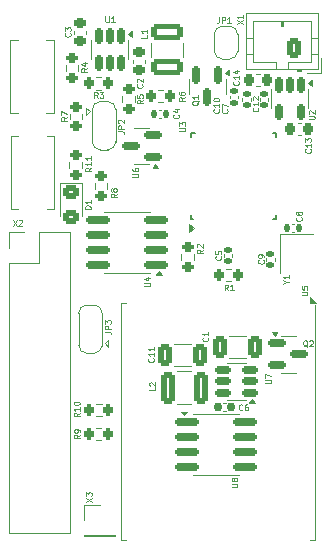
<source format=gto>
G04 #@! TF.GenerationSoftware,KiCad,Pcbnew,8.0.9-8.0.9-0~ubuntu24.04.1*
G04 #@! TF.CreationDate,2025-10-19T20:56:50+02:00*
G04 #@! TF.ProjectId,MySMotherboard,4d79534d-6f74-4686-9572-626f6172642e,1.4*
G04 #@! TF.SameCoordinates,Original*
G04 #@! TF.FileFunction,Legend,Top*
G04 #@! TF.FilePolarity,Positive*
%FSLAX46Y46*%
G04 Gerber Fmt 4.6, Leading zero omitted, Abs format (unit mm)*
G04 Created by KiCad (PCBNEW 8.0.9-8.0.9-0~ubuntu24.04.1) date 2025-10-19 20:56:50*
%MOMM*%
%LPD*%
G01*
G04 APERTURE LIST*
G04 Aperture macros list*
%AMRoundRect*
0 Rectangle with rounded corners*
0 $1 Rounding radius*
0 $2 $3 $4 $5 $6 $7 $8 $9 X,Y pos of 4 corners*
0 Add a 4 corners polygon primitive as box body*
4,1,4,$2,$3,$4,$5,$6,$7,$8,$9,$2,$3,0*
0 Add four circle primitives for the rounded corners*
1,1,$1+$1,$2,$3*
1,1,$1+$1,$4,$5*
1,1,$1+$1,$6,$7*
1,1,$1+$1,$8,$9*
0 Add four rect primitives between the rounded corners*
20,1,$1+$1,$2,$3,$4,$5,0*
20,1,$1+$1,$4,$5,$6,$7,0*
20,1,$1+$1,$6,$7,$8,$9,0*
20,1,$1+$1,$8,$9,$2,$3,0*%
%AMFreePoly0*
4,1,19,0.550000,-0.750000,0.000000,-0.750000,0.000000,-0.744911,-0.071157,-0.744911,-0.207708,-0.704816,-0.327430,-0.627875,-0.420627,-0.520320,-0.479746,-0.390866,-0.500000,-0.250000,-0.500000,0.250000,-0.479746,0.390866,-0.420627,0.520320,-0.327430,0.627875,-0.207708,0.704816,-0.071157,0.744911,0.000000,0.744911,0.000000,0.750000,0.550000,0.750000,0.550000,-0.750000,0.550000,-0.750000,
$1*%
%AMFreePoly1*
4,1,19,0.000000,0.744911,0.071157,0.744911,0.207708,0.704816,0.327430,0.627875,0.420627,0.520320,0.479746,0.390866,0.500000,0.250000,0.500000,-0.250000,0.479746,-0.390866,0.420627,-0.520320,0.327430,-0.627875,0.207708,-0.704816,0.071157,-0.744911,0.000000,-0.744911,0.000000,-0.750000,-0.550000,-0.750000,-0.550000,0.750000,0.000000,0.750000,0.000000,0.744911,0.000000,0.744911,
$1*%
%AMFreePoly2*
4,1,19,0.500000,-0.750000,0.000000,-0.750000,0.000000,-0.744911,-0.071157,-0.744911,-0.207708,-0.704816,-0.327430,-0.627875,-0.420627,-0.520320,-0.479746,-0.390866,-0.500000,-0.250000,-0.500000,0.250000,-0.479746,0.390866,-0.420627,0.520320,-0.327430,0.627875,-0.207708,0.704816,-0.071157,0.744911,0.000000,0.744911,0.000000,0.750000,0.500000,0.750000,0.500000,-0.750000,0.500000,-0.750000,
$1*%
%AMFreePoly3*
4,1,19,0.000000,0.744911,0.071157,0.744911,0.207708,0.704816,0.327430,0.627875,0.420627,0.520320,0.479746,0.390866,0.500000,0.250000,0.500000,-0.250000,0.479746,-0.390866,0.420627,-0.520320,0.327430,-0.627875,0.207708,-0.704816,0.071157,-0.744911,0.000000,-0.744911,0.000000,-0.750000,-0.500000,-0.750000,-0.500000,0.750000,0.000000,0.750000,0.000000,0.744911,0.000000,0.744911,
$1*%
G04 Aperture macros list end*
%ADD10C,0.100000*%
%ADD11C,0.120000*%
%ADD12C,0.150000*%
%ADD13RoundRect,0.140000X0.170000X-0.140000X0.170000X0.140000X-0.170000X0.140000X-0.170000X-0.140000X0*%
%ADD14R,0.550000X1.600000*%
%ADD15R,1.600000X0.550000*%
%ADD16RoundRect,0.150000X0.587500X0.150000X-0.587500X0.150000X-0.587500X-0.150000X0.587500X-0.150000X0*%
%ADD17RoundRect,0.140000X0.140000X0.170000X-0.140000X0.170000X-0.140000X-0.170000X0.140000X-0.170000X0*%
%ADD18RoundRect,0.150000X-0.150000X0.512500X-0.150000X-0.512500X0.150000X-0.512500X0.150000X0.512500X0*%
%ADD19R,1.700000X1.700000*%
%ADD20RoundRect,0.200000X0.200000X0.275000X-0.200000X0.275000X-0.200000X-0.275000X0.200000X-0.275000X0*%
%ADD21RoundRect,0.250000X0.325000X0.650000X-0.325000X0.650000X-0.325000X-0.650000X0.325000X-0.650000X0*%
%ADD22RoundRect,0.200000X-0.200000X-0.275000X0.200000X-0.275000X0.200000X0.275000X-0.200000X0.275000X0*%
%ADD23RoundRect,0.250000X0.375000X1.075000X-0.375000X1.075000X-0.375000X-1.075000X0.375000X-1.075000X0*%
%ADD24RoundRect,0.200000X-0.275000X0.200000X-0.275000X-0.200000X0.275000X-0.200000X0.275000X0.200000X0*%
%ADD25RoundRect,0.250001X1.074999X-0.462499X1.074999X0.462499X-1.074999X0.462499X-1.074999X-0.462499X0*%
%ADD26RoundRect,0.250000X-0.450000X0.325000X-0.450000X-0.325000X0.450000X-0.325000X0.450000X0.325000X0*%
%ADD27RoundRect,0.200000X0.275000X-0.200000X0.275000X0.200000X-0.275000X0.200000X-0.275000X-0.200000X0*%
%ADD28FreePoly0,270.000000*%
%ADD29R,1.500000X1.000000*%
%ADD30FreePoly1,270.000000*%
%ADD31RoundRect,0.140000X-0.170000X0.140000X-0.170000X-0.140000X0.170000X-0.140000X0.170000X0.140000X0*%
%ADD32RoundRect,0.250000X0.350000X0.625000X-0.350000X0.625000X-0.350000X-0.625000X0.350000X-0.625000X0*%
%ADD33O,1.200000X1.750000*%
%ADD34O,1.700000X1.700000*%
%ADD35FreePoly0,90.000000*%
%ADD36FreePoly1,90.000000*%
%ADD37FreePoly2,270.000000*%
%ADD38FreePoly3,270.000000*%
%ADD39RoundRect,0.225000X-0.225000X-0.250000X0.225000X-0.250000X0.225000X0.250000X-0.225000X0.250000X0*%
%ADD40RoundRect,0.150000X-0.150000X0.587500X-0.150000X-0.587500X0.150000X-0.587500X0.150000X0.587500X0*%
%ADD41RoundRect,0.140000X-0.140000X-0.170000X0.140000X-0.170000X0.140000X0.170000X-0.140000X0.170000X0*%
%ADD42R,1.600000X2.000000*%
%ADD43RoundRect,0.150000X-0.825000X-0.150000X0.825000X-0.150000X0.825000X0.150000X-0.825000X0.150000X0*%
%ADD44RoundRect,0.225000X0.250000X-0.225000X0.250000X0.225000X-0.250000X0.225000X-0.250000X-0.225000X0*%
%ADD45RoundRect,0.150000X0.512500X0.150000X-0.512500X0.150000X-0.512500X-0.150000X0.512500X-0.150000X0*%
%ADD46R,1.000000X2.500000*%
%ADD47RoundRect,0.250000X-0.325000X-0.650000X0.325000X-0.650000X0.325000X0.650000X-0.325000X0.650000X0*%
%ADD48R,1.000000X1.150000*%
%ADD49RoundRect,0.155000X0.212500X0.155000X-0.212500X0.155000X-0.212500X-0.155000X0.212500X-0.155000X0*%
%ADD50RoundRect,0.150000X-0.587500X-0.150000X0.587500X-0.150000X0.587500X0.150000X-0.587500X0.150000X0*%
%ADD51RoundRect,0.225000X0.225000X0.250000X-0.225000X0.250000X-0.225000X-0.250000X0.225000X-0.250000X0*%
%ADD52RoundRect,0.150000X0.825000X0.150000X-0.825000X0.150000X-0.825000X-0.150000X0.825000X-0.150000X0*%
%ADD53C,2.357400*%
%ADD54R,2.200000X2.200000*%
%ADD55C,2.200000*%
G04 APERTURE END LIST*
D10*
X153928490Y-90658333D02*
X153952300Y-90682142D01*
X153952300Y-90682142D02*
X153976109Y-90753571D01*
X153976109Y-90753571D02*
X153976109Y-90801190D01*
X153976109Y-90801190D02*
X153952300Y-90872618D01*
X153952300Y-90872618D02*
X153904680Y-90920237D01*
X153904680Y-90920237D02*
X153857061Y-90944047D01*
X153857061Y-90944047D02*
X153761823Y-90967856D01*
X153761823Y-90967856D02*
X153690395Y-90967856D01*
X153690395Y-90967856D02*
X153595157Y-90944047D01*
X153595157Y-90944047D02*
X153547538Y-90920237D01*
X153547538Y-90920237D02*
X153499919Y-90872618D01*
X153499919Y-90872618D02*
X153476109Y-90801190D01*
X153476109Y-90801190D02*
X153476109Y-90753571D01*
X153476109Y-90753571D02*
X153499919Y-90682142D01*
X153499919Y-90682142D02*
X153523728Y-90658333D01*
X153476109Y-90491666D02*
X153476109Y-90158333D01*
X153476109Y-90158333D02*
X153976109Y-90372618D01*
X149876109Y-92505952D02*
X150280871Y-92505952D01*
X150280871Y-92505952D02*
X150328490Y-92482142D01*
X150328490Y-92482142D02*
X150352300Y-92458333D01*
X150352300Y-92458333D02*
X150376109Y-92410714D01*
X150376109Y-92410714D02*
X150376109Y-92315476D01*
X150376109Y-92315476D02*
X150352300Y-92267857D01*
X150352300Y-92267857D02*
X150328490Y-92244047D01*
X150328490Y-92244047D02*
X150280871Y-92220238D01*
X150280871Y-92220238D02*
X149876109Y-92220238D01*
X149876109Y-92029761D02*
X149876109Y-91720237D01*
X149876109Y-91720237D02*
X150066585Y-91886904D01*
X150066585Y-91886904D02*
X150066585Y-91815475D01*
X150066585Y-91815475D02*
X150090395Y-91767856D01*
X150090395Y-91767856D02*
X150114204Y-91744047D01*
X150114204Y-91744047D02*
X150161823Y-91720237D01*
X150161823Y-91720237D02*
X150280871Y-91720237D01*
X150280871Y-91720237D02*
X150328490Y-91744047D01*
X150328490Y-91744047D02*
X150352300Y-91767856D01*
X150352300Y-91767856D02*
X150376109Y-91815475D01*
X150376109Y-91815475D02*
X150376109Y-91958332D01*
X150376109Y-91958332D02*
X150352300Y-92005951D01*
X150352300Y-92005951D02*
X150328490Y-92029761D01*
X145901109Y-96405952D02*
X146305871Y-96405952D01*
X146305871Y-96405952D02*
X146353490Y-96382142D01*
X146353490Y-96382142D02*
X146377300Y-96358333D01*
X146377300Y-96358333D02*
X146401109Y-96310714D01*
X146401109Y-96310714D02*
X146401109Y-96215476D01*
X146401109Y-96215476D02*
X146377300Y-96167857D01*
X146377300Y-96167857D02*
X146353490Y-96144047D01*
X146353490Y-96144047D02*
X146305871Y-96120238D01*
X146305871Y-96120238D02*
X145901109Y-96120238D01*
X145901109Y-95667856D02*
X145901109Y-95763094D01*
X145901109Y-95763094D02*
X145924919Y-95810713D01*
X145924919Y-95810713D02*
X145948728Y-95834523D01*
X145948728Y-95834523D02*
X146020157Y-95882142D01*
X146020157Y-95882142D02*
X146115395Y-95905951D01*
X146115395Y-95905951D02*
X146305871Y-95905951D01*
X146305871Y-95905951D02*
X146353490Y-95882142D01*
X146353490Y-95882142D02*
X146377300Y-95858332D01*
X146377300Y-95858332D02*
X146401109Y-95810713D01*
X146401109Y-95810713D02*
X146401109Y-95715475D01*
X146401109Y-95715475D02*
X146377300Y-95667856D01*
X146377300Y-95667856D02*
X146353490Y-95644047D01*
X146353490Y-95644047D02*
X146305871Y-95620237D01*
X146305871Y-95620237D02*
X146186823Y-95620237D01*
X146186823Y-95620237D02*
X146139204Y-95644047D01*
X146139204Y-95644047D02*
X146115395Y-95667856D01*
X146115395Y-95667856D02*
X146091585Y-95715475D01*
X146091585Y-95715475D02*
X146091585Y-95810713D01*
X146091585Y-95810713D02*
X146115395Y-95858332D01*
X146115395Y-95858332D02*
X146139204Y-95882142D01*
X146139204Y-95882142D02*
X146186823Y-95905951D01*
X160203490Y-99783333D02*
X160227300Y-99807142D01*
X160227300Y-99807142D02*
X160251109Y-99878571D01*
X160251109Y-99878571D02*
X160251109Y-99926190D01*
X160251109Y-99926190D02*
X160227300Y-99997618D01*
X160227300Y-99997618D02*
X160179680Y-100045237D01*
X160179680Y-100045237D02*
X160132061Y-100069047D01*
X160132061Y-100069047D02*
X160036823Y-100092856D01*
X160036823Y-100092856D02*
X159965395Y-100092856D01*
X159965395Y-100092856D02*
X159870157Y-100069047D01*
X159870157Y-100069047D02*
X159822538Y-100045237D01*
X159822538Y-100045237D02*
X159774919Y-99997618D01*
X159774919Y-99997618D02*
X159751109Y-99926190D01*
X159751109Y-99926190D02*
X159751109Y-99878571D01*
X159751109Y-99878571D02*
X159774919Y-99807142D01*
X159774919Y-99807142D02*
X159798728Y-99783333D01*
X159965395Y-99497618D02*
X159941585Y-99545237D01*
X159941585Y-99545237D02*
X159917776Y-99569047D01*
X159917776Y-99569047D02*
X159870157Y-99592856D01*
X159870157Y-99592856D02*
X159846347Y-99592856D01*
X159846347Y-99592856D02*
X159798728Y-99569047D01*
X159798728Y-99569047D02*
X159774919Y-99545237D01*
X159774919Y-99545237D02*
X159751109Y-99497618D01*
X159751109Y-99497618D02*
X159751109Y-99402380D01*
X159751109Y-99402380D02*
X159774919Y-99354761D01*
X159774919Y-99354761D02*
X159798728Y-99330952D01*
X159798728Y-99330952D02*
X159846347Y-99307142D01*
X159846347Y-99307142D02*
X159870157Y-99307142D01*
X159870157Y-99307142D02*
X159917776Y-99330952D01*
X159917776Y-99330952D02*
X159941585Y-99354761D01*
X159941585Y-99354761D02*
X159965395Y-99402380D01*
X159965395Y-99402380D02*
X159965395Y-99497618D01*
X159965395Y-99497618D02*
X159989204Y-99545237D01*
X159989204Y-99545237D02*
X160013014Y-99569047D01*
X160013014Y-99569047D02*
X160060633Y-99592856D01*
X160060633Y-99592856D02*
X160155871Y-99592856D01*
X160155871Y-99592856D02*
X160203490Y-99569047D01*
X160203490Y-99569047D02*
X160227300Y-99545237D01*
X160227300Y-99545237D02*
X160251109Y-99497618D01*
X160251109Y-99497618D02*
X160251109Y-99402380D01*
X160251109Y-99402380D02*
X160227300Y-99354761D01*
X160227300Y-99354761D02*
X160203490Y-99330952D01*
X160203490Y-99330952D02*
X160155871Y-99307142D01*
X160155871Y-99307142D02*
X160060633Y-99307142D01*
X160060633Y-99307142D02*
X160013014Y-99330952D01*
X160013014Y-99330952D02*
X159989204Y-99354761D01*
X159989204Y-99354761D02*
X159965395Y-99402380D01*
X143619047Y-82776109D02*
X143619047Y-83180871D01*
X143619047Y-83180871D02*
X143642857Y-83228490D01*
X143642857Y-83228490D02*
X143666666Y-83252300D01*
X143666666Y-83252300D02*
X143714285Y-83276109D01*
X143714285Y-83276109D02*
X143809523Y-83276109D01*
X143809523Y-83276109D02*
X143857142Y-83252300D01*
X143857142Y-83252300D02*
X143880952Y-83228490D01*
X143880952Y-83228490D02*
X143904761Y-83180871D01*
X143904761Y-83180871D02*
X143904761Y-82776109D01*
X144404762Y-83276109D02*
X144119048Y-83276109D01*
X144261905Y-83276109D02*
X144261905Y-82776109D01*
X144261905Y-82776109D02*
X144214286Y-82847538D01*
X144214286Y-82847538D02*
X144166667Y-82895157D01*
X144166667Y-82895157D02*
X144119048Y-82918966D01*
X157003490Y-103408333D02*
X157027300Y-103432142D01*
X157027300Y-103432142D02*
X157051109Y-103503571D01*
X157051109Y-103503571D02*
X157051109Y-103551190D01*
X157051109Y-103551190D02*
X157027300Y-103622618D01*
X157027300Y-103622618D02*
X156979680Y-103670237D01*
X156979680Y-103670237D02*
X156932061Y-103694047D01*
X156932061Y-103694047D02*
X156836823Y-103717856D01*
X156836823Y-103717856D02*
X156765395Y-103717856D01*
X156765395Y-103717856D02*
X156670157Y-103694047D01*
X156670157Y-103694047D02*
X156622538Y-103670237D01*
X156622538Y-103670237D02*
X156574919Y-103622618D01*
X156574919Y-103622618D02*
X156551109Y-103551190D01*
X156551109Y-103551190D02*
X156551109Y-103503571D01*
X156551109Y-103503571D02*
X156574919Y-103432142D01*
X156574919Y-103432142D02*
X156598728Y-103408333D01*
X157051109Y-103170237D02*
X157051109Y-103074999D01*
X157051109Y-103074999D02*
X157027300Y-103027380D01*
X157027300Y-103027380D02*
X157003490Y-103003571D01*
X157003490Y-103003571D02*
X156932061Y-102955952D01*
X156932061Y-102955952D02*
X156836823Y-102932142D01*
X156836823Y-102932142D02*
X156646347Y-102932142D01*
X156646347Y-102932142D02*
X156598728Y-102955952D01*
X156598728Y-102955952D02*
X156574919Y-102979761D01*
X156574919Y-102979761D02*
X156551109Y-103027380D01*
X156551109Y-103027380D02*
X156551109Y-103122618D01*
X156551109Y-103122618D02*
X156574919Y-103170237D01*
X156574919Y-103170237D02*
X156598728Y-103194047D01*
X156598728Y-103194047D02*
X156646347Y-103217856D01*
X156646347Y-103217856D02*
X156765395Y-103217856D01*
X156765395Y-103217856D02*
X156813014Y-103194047D01*
X156813014Y-103194047D02*
X156836823Y-103170237D01*
X156836823Y-103170237D02*
X156860633Y-103122618D01*
X156860633Y-103122618D02*
X156860633Y-103027380D01*
X156860633Y-103027380D02*
X156836823Y-102979761D01*
X156836823Y-102979761D02*
X156813014Y-102955952D01*
X156813014Y-102955952D02*
X156765395Y-102932142D01*
X141951109Y-123854761D02*
X142451109Y-123521428D01*
X141951109Y-123521428D02*
X142451109Y-123854761D01*
X141951109Y-123378571D02*
X141951109Y-123069047D01*
X141951109Y-123069047D02*
X142141585Y-123235714D01*
X142141585Y-123235714D02*
X142141585Y-123164285D01*
X142141585Y-123164285D02*
X142165395Y-123116666D01*
X142165395Y-123116666D02*
X142189204Y-123092857D01*
X142189204Y-123092857D02*
X142236823Y-123069047D01*
X142236823Y-123069047D02*
X142355871Y-123069047D01*
X142355871Y-123069047D02*
X142403490Y-123092857D01*
X142403490Y-123092857D02*
X142427300Y-123116666D01*
X142427300Y-123116666D02*
X142451109Y-123164285D01*
X142451109Y-123164285D02*
X142451109Y-123307142D01*
X142451109Y-123307142D02*
X142427300Y-123354761D01*
X142427300Y-123354761D02*
X142403490Y-123378571D01*
X141426109Y-116346428D02*
X141188014Y-116513094D01*
X141426109Y-116632142D02*
X140926109Y-116632142D01*
X140926109Y-116632142D02*
X140926109Y-116441666D01*
X140926109Y-116441666D02*
X140949919Y-116394047D01*
X140949919Y-116394047D02*
X140973728Y-116370237D01*
X140973728Y-116370237D02*
X141021347Y-116346428D01*
X141021347Y-116346428D02*
X141092776Y-116346428D01*
X141092776Y-116346428D02*
X141140395Y-116370237D01*
X141140395Y-116370237D02*
X141164204Y-116394047D01*
X141164204Y-116394047D02*
X141188014Y-116441666D01*
X141188014Y-116441666D02*
X141188014Y-116632142D01*
X141426109Y-115870237D02*
X141426109Y-116155951D01*
X141426109Y-116013094D02*
X140926109Y-116013094D01*
X140926109Y-116013094D02*
X140997538Y-116060713D01*
X140997538Y-116060713D02*
X141045157Y-116108332D01*
X141045157Y-116108332D02*
X141068966Y-116155951D01*
X140926109Y-115560714D02*
X140926109Y-115513095D01*
X140926109Y-115513095D02*
X140949919Y-115465476D01*
X140949919Y-115465476D02*
X140973728Y-115441666D01*
X140973728Y-115441666D02*
X141021347Y-115417857D01*
X141021347Y-115417857D02*
X141116585Y-115394047D01*
X141116585Y-115394047D02*
X141235633Y-115394047D01*
X141235633Y-115394047D02*
X141330871Y-115417857D01*
X141330871Y-115417857D02*
X141378490Y-115441666D01*
X141378490Y-115441666D02*
X141402300Y-115465476D01*
X141402300Y-115465476D02*
X141426109Y-115513095D01*
X141426109Y-115513095D02*
X141426109Y-115560714D01*
X141426109Y-115560714D02*
X141402300Y-115608333D01*
X141402300Y-115608333D02*
X141378490Y-115632142D01*
X141378490Y-115632142D02*
X141330871Y-115655952D01*
X141330871Y-115655952D02*
X141235633Y-115679761D01*
X141235633Y-115679761D02*
X141116585Y-115679761D01*
X141116585Y-115679761D02*
X141021347Y-115655952D01*
X141021347Y-115655952D02*
X140973728Y-115632142D01*
X140973728Y-115632142D02*
X140949919Y-115608333D01*
X140949919Y-115608333D02*
X140926109Y-115560714D01*
X152278490Y-109983333D02*
X152302300Y-110007142D01*
X152302300Y-110007142D02*
X152326109Y-110078571D01*
X152326109Y-110078571D02*
X152326109Y-110126190D01*
X152326109Y-110126190D02*
X152302300Y-110197618D01*
X152302300Y-110197618D02*
X152254680Y-110245237D01*
X152254680Y-110245237D02*
X152207061Y-110269047D01*
X152207061Y-110269047D02*
X152111823Y-110292856D01*
X152111823Y-110292856D02*
X152040395Y-110292856D01*
X152040395Y-110292856D02*
X151945157Y-110269047D01*
X151945157Y-110269047D02*
X151897538Y-110245237D01*
X151897538Y-110245237D02*
X151849919Y-110197618D01*
X151849919Y-110197618D02*
X151826109Y-110126190D01*
X151826109Y-110126190D02*
X151826109Y-110078571D01*
X151826109Y-110078571D02*
X151849919Y-110007142D01*
X151849919Y-110007142D02*
X151873728Y-109983333D01*
X152326109Y-109507142D02*
X152326109Y-109792856D01*
X152326109Y-109649999D02*
X151826109Y-109649999D01*
X151826109Y-109649999D02*
X151897538Y-109697618D01*
X151897538Y-109697618D02*
X151945157Y-109745237D01*
X151945157Y-109745237D02*
X151968966Y-109792856D01*
X150326109Y-89633333D02*
X150088014Y-89799999D01*
X150326109Y-89919047D02*
X149826109Y-89919047D01*
X149826109Y-89919047D02*
X149826109Y-89728571D01*
X149826109Y-89728571D02*
X149849919Y-89680952D01*
X149849919Y-89680952D02*
X149873728Y-89657142D01*
X149873728Y-89657142D02*
X149921347Y-89633333D01*
X149921347Y-89633333D02*
X149992776Y-89633333D01*
X149992776Y-89633333D02*
X150040395Y-89657142D01*
X150040395Y-89657142D02*
X150064204Y-89680952D01*
X150064204Y-89680952D02*
X150088014Y-89728571D01*
X150088014Y-89728571D02*
X150088014Y-89919047D01*
X149826109Y-89204761D02*
X149826109Y-89299999D01*
X149826109Y-89299999D02*
X149849919Y-89347618D01*
X149849919Y-89347618D02*
X149873728Y-89371428D01*
X149873728Y-89371428D02*
X149945157Y-89419047D01*
X149945157Y-89419047D02*
X150040395Y-89442856D01*
X150040395Y-89442856D02*
X150230871Y-89442856D01*
X150230871Y-89442856D02*
X150278490Y-89419047D01*
X150278490Y-89419047D02*
X150302300Y-89395237D01*
X150302300Y-89395237D02*
X150326109Y-89347618D01*
X150326109Y-89347618D02*
X150326109Y-89252380D01*
X150326109Y-89252380D02*
X150302300Y-89204761D01*
X150302300Y-89204761D02*
X150278490Y-89180952D01*
X150278490Y-89180952D02*
X150230871Y-89157142D01*
X150230871Y-89157142D02*
X150111823Y-89157142D01*
X150111823Y-89157142D02*
X150064204Y-89180952D01*
X150064204Y-89180952D02*
X150040395Y-89204761D01*
X150040395Y-89204761D02*
X150016585Y-89252380D01*
X150016585Y-89252380D02*
X150016585Y-89347618D01*
X150016585Y-89347618D02*
X150040395Y-89395237D01*
X150040395Y-89395237D02*
X150064204Y-89419047D01*
X150064204Y-89419047D02*
X150111823Y-89442856D01*
X147851109Y-114183333D02*
X147851109Y-114421428D01*
X147851109Y-114421428D02*
X147351109Y-114421428D01*
X147398728Y-114040475D02*
X147374919Y-114016666D01*
X147374919Y-114016666D02*
X147351109Y-113969047D01*
X147351109Y-113969047D02*
X147351109Y-113849999D01*
X147351109Y-113849999D02*
X147374919Y-113802380D01*
X147374919Y-113802380D02*
X147398728Y-113778571D01*
X147398728Y-113778571D02*
X147446347Y-113754761D01*
X147446347Y-113754761D02*
X147493966Y-113754761D01*
X147493966Y-113754761D02*
X147565395Y-113778571D01*
X147565395Y-113778571D02*
X147851109Y-114064285D01*
X147851109Y-114064285D02*
X147851109Y-113754761D01*
X142426109Y-95571428D02*
X142188014Y-95738094D01*
X142426109Y-95857142D02*
X141926109Y-95857142D01*
X141926109Y-95857142D02*
X141926109Y-95666666D01*
X141926109Y-95666666D02*
X141949919Y-95619047D01*
X141949919Y-95619047D02*
X141973728Y-95595237D01*
X141973728Y-95595237D02*
X142021347Y-95571428D01*
X142021347Y-95571428D02*
X142092776Y-95571428D01*
X142092776Y-95571428D02*
X142140395Y-95595237D01*
X142140395Y-95595237D02*
X142164204Y-95619047D01*
X142164204Y-95619047D02*
X142188014Y-95666666D01*
X142188014Y-95666666D02*
X142188014Y-95857142D01*
X142426109Y-95095237D02*
X142426109Y-95380951D01*
X142426109Y-95238094D02*
X141926109Y-95238094D01*
X141926109Y-95238094D02*
X141997538Y-95285713D01*
X141997538Y-95285713D02*
X142045157Y-95333332D01*
X142045157Y-95333332D02*
X142068966Y-95380951D01*
X142426109Y-94619047D02*
X142426109Y-94904761D01*
X142426109Y-94761904D02*
X141926109Y-94761904D01*
X141926109Y-94761904D02*
X141997538Y-94809523D01*
X141997538Y-94809523D02*
X142045157Y-94857142D01*
X142045157Y-94857142D02*
X142068966Y-94904761D01*
X147126109Y-84333333D02*
X147126109Y-84571428D01*
X147126109Y-84571428D02*
X146626109Y-84571428D01*
X147126109Y-83904761D02*
X147126109Y-84190475D01*
X147126109Y-84047618D02*
X146626109Y-84047618D01*
X146626109Y-84047618D02*
X146697538Y-84095237D01*
X146697538Y-84095237D02*
X146745157Y-84142856D01*
X146745157Y-84142856D02*
X146768966Y-84190475D01*
X151851109Y-102533333D02*
X151613014Y-102699999D01*
X151851109Y-102819047D02*
X151351109Y-102819047D01*
X151351109Y-102819047D02*
X151351109Y-102628571D01*
X151351109Y-102628571D02*
X151374919Y-102580952D01*
X151374919Y-102580952D02*
X151398728Y-102557142D01*
X151398728Y-102557142D02*
X151446347Y-102533333D01*
X151446347Y-102533333D02*
X151517776Y-102533333D01*
X151517776Y-102533333D02*
X151565395Y-102557142D01*
X151565395Y-102557142D02*
X151589204Y-102580952D01*
X151589204Y-102580952D02*
X151613014Y-102628571D01*
X151613014Y-102628571D02*
X151613014Y-102819047D01*
X151398728Y-102342856D02*
X151374919Y-102319047D01*
X151374919Y-102319047D02*
X151351109Y-102271428D01*
X151351109Y-102271428D02*
X151351109Y-102152380D01*
X151351109Y-102152380D02*
X151374919Y-102104761D01*
X151374919Y-102104761D02*
X151398728Y-102080952D01*
X151398728Y-102080952D02*
X151446347Y-102057142D01*
X151446347Y-102057142D02*
X151493966Y-102057142D01*
X151493966Y-102057142D02*
X151565395Y-102080952D01*
X151565395Y-102080952D02*
X151851109Y-102366666D01*
X151851109Y-102366666D02*
X151851109Y-102057142D01*
X142376109Y-99069047D02*
X141876109Y-99069047D01*
X141876109Y-99069047D02*
X141876109Y-98949999D01*
X141876109Y-98949999D02*
X141899919Y-98878571D01*
X141899919Y-98878571D02*
X141947538Y-98830952D01*
X141947538Y-98830952D02*
X141995157Y-98807142D01*
X141995157Y-98807142D02*
X142090395Y-98783333D01*
X142090395Y-98783333D02*
X142161823Y-98783333D01*
X142161823Y-98783333D02*
X142257061Y-98807142D01*
X142257061Y-98807142D02*
X142304680Y-98830952D01*
X142304680Y-98830952D02*
X142352300Y-98878571D01*
X142352300Y-98878571D02*
X142376109Y-98949999D01*
X142376109Y-98949999D02*
X142376109Y-99069047D01*
X142376109Y-98307142D02*
X142376109Y-98592856D01*
X142376109Y-98449999D02*
X141876109Y-98449999D01*
X141876109Y-98449999D02*
X141947538Y-98497618D01*
X141947538Y-98497618D02*
X141995157Y-98545237D01*
X141995157Y-98545237D02*
X142018966Y-98592856D01*
X153203490Y-90646428D02*
X153227300Y-90670237D01*
X153227300Y-90670237D02*
X153251109Y-90741666D01*
X153251109Y-90741666D02*
X153251109Y-90789285D01*
X153251109Y-90789285D02*
X153227300Y-90860713D01*
X153227300Y-90860713D02*
X153179680Y-90908332D01*
X153179680Y-90908332D02*
X153132061Y-90932142D01*
X153132061Y-90932142D02*
X153036823Y-90955951D01*
X153036823Y-90955951D02*
X152965395Y-90955951D01*
X152965395Y-90955951D02*
X152870157Y-90932142D01*
X152870157Y-90932142D02*
X152822538Y-90908332D01*
X152822538Y-90908332D02*
X152774919Y-90860713D01*
X152774919Y-90860713D02*
X152751109Y-90789285D01*
X152751109Y-90789285D02*
X152751109Y-90741666D01*
X152751109Y-90741666D02*
X152774919Y-90670237D01*
X152774919Y-90670237D02*
X152798728Y-90646428D01*
X153251109Y-90170237D02*
X153251109Y-90455951D01*
X153251109Y-90313094D02*
X152751109Y-90313094D01*
X152751109Y-90313094D02*
X152822538Y-90360713D01*
X152822538Y-90360713D02*
X152870157Y-90408332D01*
X152870157Y-90408332D02*
X152893966Y-90455951D01*
X152751109Y-89860714D02*
X152751109Y-89813095D01*
X152751109Y-89813095D02*
X152774919Y-89765476D01*
X152774919Y-89765476D02*
X152798728Y-89741666D01*
X152798728Y-89741666D02*
X152846347Y-89717857D01*
X152846347Y-89717857D02*
X152941585Y-89694047D01*
X152941585Y-89694047D02*
X153060633Y-89694047D01*
X153060633Y-89694047D02*
X153155871Y-89717857D01*
X153155871Y-89717857D02*
X153203490Y-89741666D01*
X153203490Y-89741666D02*
X153227300Y-89765476D01*
X153227300Y-89765476D02*
X153251109Y-89813095D01*
X153251109Y-89813095D02*
X153251109Y-89860714D01*
X153251109Y-89860714D02*
X153227300Y-89908333D01*
X153227300Y-89908333D02*
X153203490Y-89932142D01*
X153203490Y-89932142D02*
X153155871Y-89955952D01*
X153155871Y-89955952D02*
X153060633Y-89979761D01*
X153060633Y-89979761D02*
X152941585Y-89979761D01*
X152941585Y-89979761D02*
X152846347Y-89955952D01*
X152846347Y-89955952D02*
X152798728Y-89932142D01*
X152798728Y-89932142D02*
X152774919Y-89908333D01*
X152774919Y-89908333D02*
X152751109Y-89860714D01*
X144576109Y-97808333D02*
X144338014Y-97974999D01*
X144576109Y-98094047D02*
X144076109Y-98094047D01*
X144076109Y-98094047D02*
X144076109Y-97903571D01*
X144076109Y-97903571D02*
X144099919Y-97855952D01*
X144099919Y-97855952D02*
X144123728Y-97832142D01*
X144123728Y-97832142D02*
X144171347Y-97808333D01*
X144171347Y-97808333D02*
X144242776Y-97808333D01*
X144242776Y-97808333D02*
X144290395Y-97832142D01*
X144290395Y-97832142D02*
X144314204Y-97855952D01*
X144314204Y-97855952D02*
X144338014Y-97903571D01*
X144338014Y-97903571D02*
X144338014Y-98094047D01*
X144290395Y-97522618D02*
X144266585Y-97570237D01*
X144266585Y-97570237D02*
X144242776Y-97594047D01*
X144242776Y-97594047D02*
X144195157Y-97617856D01*
X144195157Y-97617856D02*
X144171347Y-97617856D01*
X144171347Y-97617856D02*
X144123728Y-97594047D01*
X144123728Y-97594047D02*
X144099919Y-97570237D01*
X144099919Y-97570237D02*
X144076109Y-97522618D01*
X144076109Y-97522618D02*
X144076109Y-97427380D01*
X144076109Y-97427380D02*
X144099919Y-97379761D01*
X144099919Y-97379761D02*
X144123728Y-97355952D01*
X144123728Y-97355952D02*
X144171347Y-97332142D01*
X144171347Y-97332142D02*
X144195157Y-97332142D01*
X144195157Y-97332142D02*
X144242776Y-97355952D01*
X144242776Y-97355952D02*
X144266585Y-97379761D01*
X144266585Y-97379761D02*
X144290395Y-97427380D01*
X144290395Y-97427380D02*
X144290395Y-97522618D01*
X144290395Y-97522618D02*
X144314204Y-97570237D01*
X144314204Y-97570237D02*
X144338014Y-97594047D01*
X144338014Y-97594047D02*
X144385633Y-97617856D01*
X144385633Y-97617856D02*
X144480871Y-97617856D01*
X144480871Y-97617856D02*
X144528490Y-97594047D01*
X144528490Y-97594047D02*
X144552300Y-97570237D01*
X144552300Y-97570237D02*
X144576109Y-97522618D01*
X144576109Y-97522618D02*
X144576109Y-97427380D01*
X144576109Y-97427380D02*
X144552300Y-97379761D01*
X144552300Y-97379761D02*
X144528490Y-97355952D01*
X144528490Y-97355952D02*
X144480871Y-97332142D01*
X144480871Y-97332142D02*
X144385633Y-97332142D01*
X144385633Y-97332142D02*
X144338014Y-97355952D01*
X144338014Y-97355952D02*
X144314204Y-97379761D01*
X144314204Y-97379761D02*
X144290395Y-97427380D01*
X144701109Y-92516666D02*
X145058252Y-92516666D01*
X145058252Y-92516666D02*
X145129680Y-92540475D01*
X145129680Y-92540475D02*
X145177300Y-92588094D01*
X145177300Y-92588094D02*
X145201109Y-92659523D01*
X145201109Y-92659523D02*
X145201109Y-92707142D01*
X145201109Y-92278571D02*
X144701109Y-92278571D01*
X144701109Y-92278571D02*
X144701109Y-92088095D01*
X144701109Y-92088095D02*
X144724919Y-92040476D01*
X144724919Y-92040476D02*
X144748728Y-92016666D01*
X144748728Y-92016666D02*
X144796347Y-91992857D01*
X144796347Y-91992857D02*
X144867776Y-91992857D01*
X144867776Y-91992857D02*
X144915395Y-92016666D01*
X144915395Y-92016666D02*
X144939204Y-92040476D01*
X144939204Y-92040476D02*
X144963014Y-92088095D01*
X144963014Y-92088095D02*
X144963014Y-92278571D01*
X144748728Y-91802380D02*
X144724919Y-91778571D01*
X144724919Y-91778571D02*
X144701109Y-91730952D01*
X144701109Y-91730952D02*
X144701109Y-91611904D01*
X144701109Y-91611904D02*
X144724919Y-91564285D01*
X144724919Y-91564285D02*
X144748728Y-91540476D01*
X144748728Y-91540476D02*
X144796347Y-91516666D01*
X144796347Y-91516666D02*
X144843966Y-91516666D01*
X144843966Y-91516666D02*
X144915395Y-91540476D01*
X144915395Y-91540476D02*
X145201109Y-91826190D01*
X145201109Y-91826190D02*
X145201109Y-91516666D01*
X153378490Y-103083333D02*
X153402300Y-103107142D01*
X153402300Y-103107142D02*
X153426109Y-103178571D01*
X153426109Y-103178571D02*
X153426109Y-103226190D01*
X153426109Y-103226190D02*
X153402300Y-103297618D01*
X153402300Y-103297618D02*
X153354680Y-103345237D01*
X153354680Y-103345237D02*
X153307061Y-103369047D01*
X153307061Y-103369047D02*
X153211823Y-103392856D01*
X153211823Y-103392856D02*
X153140395Y-103392856D01*
X153140395Y-103392856D02*
X153045157Y-103369047D01*
X153045157Y-103369047D02*
X152997538Y-103345237D01*
X152997538Y-103345237D02*
X152949919Y-103297618D01*
X152949919Y-103297618D02*
X152926109Y-103226190D01*
X152926109Y-103226190D02*
X152926109Y-103178571D01*
X152926109Y-103178571D02*
X152949919Y-103107142D01*
X152949919Y-103107142D02*
X152973728Y-103083333D01*
X152926109Y-102630952D02*
X152926109Y-102869047D01*
X152926109Y-102869047D02*
X153164204Y-102892856D01*
X153164204Y-102892856D02*
X153140395Y-102869047D01*
X153140395Y-102869047D02*
X153116585Y-102821428D01*
X153116585Y-102821428D02*
X153116585Y-102702380D01*
X153116585Y-102702380D02*
X153140395Y-102654761D01*
X153140395Y-102654761D02*
X153164204Y-102630952D01*
X153164204Y-102630952D02*
X153211823Y-102607142D01*
X153211823Y-102607142D02*
X153330871Y-102607142D01*
X153330871Y-102607142D02*
X153378490Y-102630952D01*
X153378490Y-102630952D02*
X153402300Y-102654761D01*
X153402300Y-102654761D02*
X153426109Y-102702380D01*
X153426109Y-102702380D02*
X153426109Y-102821428D01*
X153426109Y-102821428D02*
X153402300Y-102869047D01*
X153402300Y-102869047D02*
X153378490Y-102892856D01*
X154726109Y-83429761D02*
X155226109Y-83096428D01*
X154726109Y-83096428D02*
X155226109Y-83429761D01*
X155226109Y-82644047D02*
X155226109Y-82929761D01*
X155226109Y-82786904D02*
X154726109Y-82786904D01*
X154726109Y-82786904D02*
X154797538Y-82834523D01*
X154797538Y-82834523D02*
X154845157Y-82882142D01*
X154845157Y-82882142D02*
X154868966Y-82929761D01*
X160826109Y-91505952D02*
X161230871Y-91505952D01*
X161230871Y-91505952D02*
X161278490Y-91482142D01*
X161278490Y-91482142D02*
X161302300Y-91458333D01*
X161302300Y-91458333D02*
X161326109Y-91410714D01*
X161326109Y-91410714D02*
X161326109Y-91315476D01*
X161326109Y-91315476D02*
X161302300Y-91267857D01*
X161302300Y-91267857D02*
X161278490Y-91244047D01*
X161278490Y-91244047D02*
X161230871Y-91220238D01*
X161230871Y-91220238D02*
X160826109Y-91220238D01*
X160873728Y-91005951D02*
X160849919Y-90982142D01*
X160849919Y-90982142D02*
X160826109Y-90934523D01*
X160826109Y-90934523D02*
X160826109Y-90815475D01*
X160826109Y-90815475D02*
X160849919Y-90767856D01*
X160849919Y-90767856D02*
X160873728Y-90744047D01*
X160873728Y-90744047D02*
X160921347Y-90720237D01*
X160921347Y-90720237D02*
X160968966Y-90720237D01*
X160968966Y-90720237D02*
X161040395Y-90744047D01*
X161040395Y-90744047D02*
X161326109Y-91029761D01*
X161326109Y-91029761D02*
X161326109Y-90720237D01*
X153991666Y-105976109D02*
X153825000Y-105738014D01*
X153705952Y-105976109D02*
X153705952Y-105476109D01*
X153705952Y-105476109D02*
X153896428Y-105476109D01*
X153896428Y-105476109D02*
X153944047Y-105499919D01*
X153944047Y-105499919D02*
X153967857Y-105523728D01*
X153967857Y-105523728D02*
X153991666Y-105571347D01*
X153991666Y-105571347D02*
X153991666Y-105642776D01*
X153991666Y-105642776D02*
X153967857Y-105690395D01*
X153967857Y-105690395D02*
X153944047Y-105714204D01*
X153944047Y-105714204D02*
X153896428Y-105738014D01*
X153896428Y-105738014D02*
X153705952Y-105738014D01*
X154467857Y-105976109D02*
X154182143Y-105976109D01*
X154325000Y-105976109D02*
X154325000Y-105476109D01*
X154325000Y-105476109D02*
X154277381Y-105547538D01*
X154277381Y-105547538D02*
X154229762Y-105595157D01*
X154229762Y-105595157D02*
X154182143Y-105618966D01*
X141476109Y-118208333D02*
X141238014Y-118374999D01*
X141476109Y-118494047D02*
X140976109Y-118494047D01*
X140976109Y-118494047D02*
X140976109Y-118303571D01*
X140976109Y-118303571D02*
X140999919Y-118255952D01*
X140999919Y-118255952D02*
X141023728Y-118232142D01*
X141023728Y-118232142D02*
X141071347Y-118208333D01*
X141071347Y-118208333D02*
X141142776Y-118208333D01*
X141142776Y-118208333D02*
X141190395Y-118232142D01*
X141190395Y-118232142D02*
X141214204Y-118255952D01*
X141214204Y-118255952D02*
X141238014Y-118303571D01*
X141238014Y-118303571D02*
X141238014Y-118494047D01*
X141476109Y-117970237D02*
X141476109Y-117874999D01*
X141476109Y-117874999D02*
X141452300Y-117827380D01*
X141452300Y-117827380D02*
X141428490Y-117803571D01*
X141428490Y-117803571D02*
X141357061Y-117755952D01*
X141357061Y-117755952D02*
X141261823Y-117732142D01*
X141261823Y-117732142D02*
X141071347Y-117732142D01*
X141071347Y-117732142D02*
X141023728Y-117755952D01*
X141023728Y-117755952D02*
X140999919Y-117779761D01*
X140999919Y-117779761D02*
X140976109Y-117827380D01*
X140976109Y-117827380D02*
X140976109Y-117922618D01*
X140976109Y-117922618D02*
X140999919Y-117970237D01*
X140999919Y-117970237D02*
X141023728Y-117994047D01*
X141023728Y-117994047D02*
X141071347Y-118017856D01*
X141071347Y-118017856D02*
X141190395Y-118017856D01*
X141190395Y-118017856D02*
X141238014Y-117994047D01*
X141238014Y-117994047D02*
X141261823Y-117970237D01*
X141261823Y-117970237D02*
X141285633Y-117922618D01*
X141285633Y-117922618D02*
X141285633Y-117827380D01*
X141285633Y-117827380D02*
X141261823Y-117779761D01*
X141261823Y-117779761D02*
X141238014Y-117755952D01*
X141238014Y-117755952D02*
X141190395Y-117732142D01*
X135770238Y-100001109D02*
X136103571Y-100501109D01*
X136103571Y-100001109D02*
X135770238Y-100501109D01*
X136270238Y-100048728D02*
X136294047Y-100024919D01*
X136294047Y-100024919D02*
X136341666Y-100001109D01*
X136341666Y-100001109D02*
X136460714Y-100001109D01*
X136460714Y-100001109D02*
X136508333Y-100024919D01*
X136508333Y-100024919D02*
X136532142Y-100048728D01*
X136532142Y-100048728D02*
X136555952Y-100096347D01*
X136555952Y-100096347D02*
X136555952Y-100143966D01*
X136555952Y-100143966D02*
X136532142Y-100215395D01*
X136532142Y-100215395D02*
X136246428Y-100501109D01*
X136246428Y-100501109D02*
X136555952Y-100501109D01*
X143576109Y-109491666D02*
X143933252Y-109491666D01*
X143933252Y-109491666D02*
X144004680Y-109515475D01*
X144004680Y-109515475D02*
X144052300Y-109563094D01*
X144052300Y-109563094D02*
X144076109Y-109634523D01*
X144076109Y-109634523D02*
X144076109Y-109682142D01*
X144076109Y-109253571D02*
X143576109Y-109253571D01*
X143576109Y-109253571D02*
X143576109Y-109063095D01*
X143576109Y-109063095D02*
X143599919Y-109015476D01*
X143599919Y-109015476D02*
X143623728Y-108991666D01*
X143623728Y-108991666D02*
X143671347Y-108967857D01*
X143671347Y-108967857D02*
X143742776Y-108967857D01*
X143742776Y-108967857D02*
X143790395Y-108991666D01*
X143790395Y-108991666D02*
X143814204Y-109015476D01*
X143814204Y-109015476D02*
X143838014Y-109063095D01*
X143838014Y-109063095D02*
X143838014Y-109253571D01*
X143576109Y-108801190D02*
X143576109Y-108491666D01*
X143576109Y-108491666D02*
X143766585Y-108658333D01*
X143766585Y-108658333D02*
X143766585Y-108586904D01*
X143766585Y-108586904D02*
X143790395Y-108539285D01*
X143790395Y-108539285D02*
X143814204Y-108515476D01*
X143814204Y-108515476D02*
X143861823Y-108491666D01*
X143861823Y-108491666D02*
X143980871Y-108491666D01*
X143980871Y-108491666D02*
X144028490Y-108515476D01*
X144028490Y-108515476D02*
X144052300Y-108539285D01*
X144052300Y-108539285D02*
X144076109Y-108586904D01*
X144076109Y-108586904D02*
X144076109Y-108729761D01*
X144076109Y-108729761D02*
X144052300Y-108777380D01*
X144052300Y-108777380D02*
X144028490Y-108801190D01*
X146801109Y-89858333D02*
X146563014Y-90024999D01*
X146801109Y-90144047D02*
X146301109Y-90144047D01*
X146301109Y-90144047D02*
X146301109Y-89953571D01*
X146301109Y-89953571D02*
X146324919Y-89905952D01*
X146324919Y-89905952D02*
X146348728Y-89882142D01*
X146348728Y-89882142D02*
X146396347Y-89858333D01*
X146396347Y-89858333D02*
X146467776Y-89858333D01*
X146467776Y-89858333D02*
X146515395Y-89882142D01*
X146515395Y-89882142D02*
X146539204Y-89905952D01*
X146539204Y-89905952D02*
X146563014Y-89953571D01*
X146563014Y-89953571D02*
X146563014Y-90144047D01*
X146301109Y-89405952D02*
X146301109Y-89644047D01*
X146301109Y-89644047D02*
X146539204Y-89667856D01*
X146539204Y-89667856D02*
X146515395Y-89644047D01*
X146515395Y-89644047D02*
X146491585Y-89596428D01*
X146491585Y-89596428D02*
X146491585Y-89477380D01*
X146491585Y-89477380D02*
X146515395Y-89429761D01*
X146515395Y-89429761D02*
X146539204Y-89405952D01*
X146539204Y-89405952D02*
X146586823Y-89382142D01*
X146586823Y-89382142D02*
X146705871Y-89382142D01*
X146705871Y-89382142D02*
X146753490Y-89405952D01*
X146753490Y-89405952D02*
X146777300Y-89429761D01*
X146777300Y-89429761D02*
X146801109Y-89477380D01*
X146801109Y-89477380D02*
X146801109Y-89596428D01*
X146801109Y-89596428D02*
X146777300Y-89644047D01*
X146777300Y-89644047D02*
X146753490Y-89667856D01*
X153233333Y-82826109D02*
X153233333Y-83183252D01*
X153233333Y-83183252D02*
X153209524Y-83254680D01*
X153209524Y-83254680D02*
X153161905Y-83302300D01*
X153161905Y-83302300D02*
X153090476Y-83326109D01*
X153090476Y-83326109D02*
X153042857Y-83326109D01*
X153471428Y-83326109D02*
X153471428Y-82826109D01*
X153471428Y-82826109D02*
X153661904Y-82826109D01*
X153661904Y-82826109D02*
X153709523Y-82849919D01*
X153709523Y-82849919D02*
X153733333Y-82873728D01*
X153733333Y-82873728D02*
X153757142Y-82921347D01*
X153757142Y-82921347D02*
X153757142Y-82992776D01*
X153757142Y-82992776D02*
X153733333Y-83040395D01*
X153733333Y-83040395D02*
X153709523Y-83064204D01*
X153709523Y-83064204D02*
X153661904Y-83088014D01*
X153661904Y-83088014D02*
X153471428Y-83088014D01*
X154233333Y-83326109D02*
X153947619Y-83326109D01*
X154090476Y-83326109D02*
X154090476Y-82826109D01*
X154090476Y-82826109D02*
X154042857Y-82897538D01*
X154042857Y-82897538D02*
X153995238Y-82945157D01*
X153995238Y-82945157D02*
X153947619Y-82968966D01*
X160978490Y-94021428D02*
X161002300Y-94045237D01*
X161002300Y-94045237D02*
X161026109Y-94116666D01*
X161026109Y-94116666D02*
X161026109Y-94164285D01*
X161026109Y-94164285D02*
X161002300Y-94235713D01*
X161002300Y-94235713D02*
X160954680Y-94283332D01*
X160954680Y-94283332D02*
X160907061Y-94307142D01*
X160907061Y-94307142D02*
X160811823Y-94330951D01*
X160811823Y-94330951D02*
X160740395Y-94330951D01*
X160740395Y-94330951D02*
X160645157Y-94307142D01*
X160645157Y-94307142D02*
X160597538Y-94283332D01*
X160597538Y-94283332D02*
X160549919Y-94235713D01*
X160549919Y-94235713D02*
X160526109Y-94164285D01*
X160526109Y-94164285D02*
X160526109Y-94116666D01*
X160526109Y-94116666D02*
X160549919Y-94045237D01*
X160549919Y-94045237D02*
X160573728Y-94021428D01*
X161026109Y-93545237D02*
X161026109Y-93830951D01*
X161026109Y-93688094D02*
X160526109Y-93688094D01*
X160526109Y-93688094D02*
X160597538Y-93735713D01*
X160597538Y-93735713D02*
X160645157Y-93783332D01*
X160645157Y-93783332D02*
X160668966Y-93830951D01*
X160526109Y-93378571D02*
X160526109Y-93069047D01*
X160526109Y-93069047D02*
X160716585Y-93235714D01*
X160716585Y-93235714D02*
X160716585Y-93164285D01*
X160716585Y-93164285D02*
X160740395Y-93116666D01*
X160740395Y-93116666D02*
X160764204Y-93092857D01*
X160764204Y-93092857D02*
X160811823Y-93069047D01*
X160811823Y-93069047D02*
X160930871Y-93069047D01*
X160930871Y-93069047D02*
X160978490Y-93092857D01*
X160978490Y-93092857D02*
X161002300Y-93116666D01*
X161002300Y-93116666D02*
X161026109Y-93164285D01*
X161026109Y-93164285D02*
X161026109Y-93307142D01*
X161026109Y-93307142D02*
X161002300Y-93354761D01*
X161002300Y-93354761D02*
X160978490Y-93378571D01*
X151523728Y-89922619D02*
X151499919Y-89970238D01*
X151499919Y-89970238D02*
X151452300Y-90017857D01*
X151452300Y-90017857D02*
X151380871Y-90089285D01*
X151380871Y-90089285D02*
X151357061Y-90136904D01*
X151357061Y-90136904D02*
X151357061Y-90184523D01*
X151476109Y-90160714D02*
X151452300Y-90208333D01*
X151452300Y-90208333D02*
X151404680Y-90255952D01*
X151404680Y-90255952D02*
X151309442Y-90279761D01*
X151309442Y-90279761D02*
X151142776Y-90279761D01*
X151142776Y-90279761D02*
X151047538Y-90255952D01*
X151047538Y-90255952D02*
X150999919Y-90208333D01*
X150999919Y-90208333D02*
X150976109Y-90160714D01*
X150976109Y-90160714D02*
X150976109Y-90065476D01*
X150976109Y-90065476D02*
X150999919Y-90017857D01*
X150999919Y-90017857D02*
X151047538Y-89970238D01*
X151047538Y-89970238D02*
X151142776Y-89946428D01*
X151142776Y-89946428D02*
X151309442Y-89946428D01*
X151309442Y-89946428D02*
X151404680Y-89970238D01*
X151404680Y-89970238D02*
X151452300Y-90017857D01*
X151452300Y-90017857D02*
X151476109Y-90065476D01*
X151476109Y-90065476D02*
X151476109Y-90160714D01*
X151476109Y-89470237D02*
X151476109Y-89755951D01*
X151476109Y-89613094D02*
X150976109Y-89613094D01*
X150976109Y-89613094D02*
X151047538Y-89660713D01*
X151047538Y-89660713D02*
X151095157Y-89708332D01*
X151095157Y-89708332D02*
X151118966Y-89755951D01*
X149803490Y-91083333D02*
X149827300Y-91107142D01*
X149827300Y-91107142D02*
X149851109Y-91178571D01*
X149851109Y-91178571D02*
X149851109Y-91226190D01*
X149851109Y-91226190D02*
X149827300Y-91297618D01*
X149827300Y-91297618D02*
X149779680Y-91345237D01*
X149779680Y-91345237D02*
X149732061Y-91369047D01*
X149732061Y-91369047D02*
X149636823Y-91392856D01*
X149636823Y-91392856D02*
X149565395Y-91392856D01*
X149565395Y-91392856D02*
X149470157Y-91369047D01*
X149470157Y-91369047D02*
X149422538Y-91345237D01*
X149422538Y-91345237D02*
X149374919Y-91297618D01*
X149374919Y-91297618D02*
X149351109Y-91226190D01*
X149351109Y-91226190D02*
X149351109Y-91178571D01*
X149351109Y-91178571D02*
X149374919Y-91107142D01*
X149374919Y-91107142D02*
X149398728Y-91083333D01*
X149517776Y-90654761D02*
X149851109Y-90654761D01*
X149327300Y-90773809D02*
X149684442Y-90892856D01*
X149684442Y-90892856D02*
X149684442Y-90583333D01*
X154301109Y-122630952D02*
X154705871Y-122630952D01*
X154705871Y-122630952D02*
X154753490Y-122607142D01*
X154753490Y-122607142D02*
X154777300Y-122583333D01*
X154777300Y-122583333D02*
X154801109Y-122535714D01*
X154801109Y-122535714D02*
X154801109Y-122440476D01*
X154801109Y-122440476D02*
X154777300Y-122392857D01*
X154777300Y-122392857D02*
X154753490Y-122369047D01*
X154753490Y-122369047D02*
X154705871Y-122345238D01*
X154705871Y-122345238D02*
X154301109Y-122345238D01*
X154515395Y-122035713D02*
X154491585Y-122083332D01*
X154491585Y-122083332D02*
X154467776Y-122107142D01*
X154467776Y-122107142D02*
X154420157Y-122130951D01*
X154420157Y-122130951D02*
X154396347Y-122130951D01*
X154396347Y-122130951D02*
X154348728Y-122107142D01*
X154348728Y-122107142D02*
X154324919Y-122083332D01*
X154324919Y-122083332D02*
X154301109Y-122035713D01*
X154301109Y-122035713D02*
X154301109Y-121940475D01*
X154301109Y-121940475D02*
X154324919Y-121892856D01*
X154324919Y-121892856D02*
X154348728Y-121869047D01*
X154348728Y-121869047D02*
X154396347Y-121845237D01*
X154396347Y-121845237D02*
X154420157Y-121845237D01*
X154420157Y-121845237D02*
X154467776Y-121869047D01*
X154467776Y-121869047D02*
X154491585Y-121892856D01*
X154491585Y-121892856D02*
X154515395Y-121940475D01*
X154515395Y-121940475D02*
X154515395Y-122035713D01*
X154515395Y-122035713D02*
X154539204Y-122083332D01*
X154539204Y-122083332D02*
X154563014Y-122107142D01*
X154563014Y-122107142D02*
X154610633Y-122130951D01*
X154610633Y-122130951D02*
X154705871Y-122130951D01*
X154705871Y-122130951D02*
X154753490Y-122107142D01*
X154753490Y-122107142D02*
X154777300Y-122083332D01*
X154777300Y-122083332D02*
X154801109Y-122035713D01*
X154801109Y-122035713D02*
X154801109Y-121940475D01*
X154801109Y-121940475D02*
X154777300Y-121892856D01*
X154777300Y-121892856D02*
X154753490Y-121869047D01*
X154753490Y-121869047D02*
X154705871Y-121845237D01*
X154705871Y-121845237D02*
X154610633Y-121845237D01*
X154610633Y-121845237D02*
X154563014Y-121869047D01*
X154563014Y-121869047D02*
X154539204Y-121892856D01*
X154539204Y-121892856D02*
X154515395Y-121940475D01*
X146728490Y-88533333D02*
X146752300Y-88557142D01*
X146752300Y-88557142D02*
X146776109Y-88628571D01*
X146776109Y-88628571D02*
X146776109Y-88676190D01*
X146776109Y-88676190D02*
X146752300Y-88747618D01*
X146752300Y-88747618D02*
X146704680Y-88795237D01*
X146704680Y-88795237D02*
X146657061Y-88819047D01*
X146657061Y-88819047D02*
X146561823Y-88842856D01*
X146561823Y-88842856D02*
X146490395Y-88842856D01*
X146490395Y-88842856D02*
X146395157Y-88819047D01*
X146395157Y-88819047D02*
X146347538Y-88795237D01*
X146347538Y-88795237D02*
X146299919Y-88747618D01*
X146299919Y-88747618D02*
X146276109Y-88676190D01*
X146276109Y-88676190D02*
X146276109Y-88628571D01*
X146276109Y-88628571D02*
X146299919Y-88557142D01*
X146299919Y-88557142D02*
X146323728Y-88533333D01*
X146323728Y-88342856D02*
X146299919Y-88319047D01*
X146299919Y-88319047D02*
X146276109Y-88271428D01*
X146276109Y-88271428D02*
X146276109Y-88152380D01*
X146276109Y-88152380D02*
X146299919Y-88104761D01*
X146299919Y-88104761D02*
X146323728Y-88080952D01*
X146323728Y-88080952D02*
X146371347Y-88057142D01*
X146371347Y-88057142D02*
X146418966Y-88057142D01*
X146418966Y-88057142D02*
X146490395Y-88080952D01*
X146490395Y-88080952D02*
X146776109Y-88366666D01*
X146776109Y-88366666D02*
X146776109Y-88057142D01*
X157126109Y-113830952D02*
X157530871Y-113830952D01*
X157530871Y-113830952D02*
X157578490Y-113807142D01*
X157578490Y-113807142D02*
X157602300Y-113783333D01*
X157602300Y-113783333D02*
X157626109Y-113735714D01*
X157626109Y-113735714D02*
X157626109Y-113640476D01*
X157626109Y-113640476D02*
X157602300Y-113592857D01*
X157602300Y-113592857D02*
X157578490Y-113569047D01*
X157578490Y-113569047D02*
X157530871Y-113545238D01*
X157530871Y-113545238D02*
X157126109Y-113545238D01*
X157126109Y-113354761D02*
X157126109Y-113021428D01*
X157126109Y-113021428D02*
X157626109Y-113235713D01*
X160226109Y-106405952D02*
X160630871Y-106405952D01*
X160630871Y-106405952D02*
X160678490Y-106382142D01*
X160678490Y-106382142D02*
X160702300Y-106358333D01*
X160702300Y-106358333D02*
X160726109Y-106310714D01*
X160726109Y-106310714D02*
X160726109Y-106215476D01*
X160726109Y-106215476D02*
X160702300Y-106167857D01*
X160702300Y-106167857D02*
X160678490Y-106144047D01*
X160678490Y-106144047D02*
X160630871Y-106120238D01*
X160630871Y-106120238D02*
X160226109Y-106120238D01*
X160226109Y-105644047D02*
X160226109Y-105882142D01*
X160226109Y-105882142D02*
X160464204Y-105905951D01*
X160464204Y-105905951D02*
X160440395Y-105882142D01*
X160440395Y-105882142D02*
X160416585Y-105834523D01*
X160416585Y-105834523D02*
X160416585Y-105715475D01*
X160416585Y-105715475D02*
X160440395Y-105667856D01*
X160440395Y-105667856D02*
X160464204Y-105644047D01*
X160464204Y-105644047D02*
X160511823Y-105620237D01*
X160511823Y-105620237D02*
X160630871Y-105620237D01*
X160630871Y-105620237D02*
X160678490Y-105644047D01*
X160678490Y-105644047D02*
X160702300Y-105667856D01*
X160702300Y-105667856D02*
X160726109Y-105715475D01*
X160726109Y-105715475D02*
X160726109Y-105834523D01*
X160726109Y-105834523D02*
X160702300Y-105882142D01*
X160702300Y-105882142D02*
X160678490Y-105905951D01*
X147678490Y-111721428D02*
X147702300Y-111745237D01*
X147702300Y-111745237D02*
X147726109Y-111816666D01*
X147726109Y-111816666D02*
X147726109Y-111864285D01*
X147726109Y-111864285D02*
X147702300Y-111935713D01*
X147702300Y-111935713D02*
X147654680Y-111983332D01*
X147654680Y-111983332D02*
X147607061Y-112007142D01*
X147607061Y-112007142D02*
X147511823Y-112030951D01*
X147511823Y-112030951D02*
X147440395Y-112030951D01*
X147440395Y-112030951D02*
X147345157Y-112007142D01*
X147345157Y-112007142D02*
X147297538Y-111983332D01*
X147297538Y-111983332D02*
X147249919Y-111935713D01*
X147249919Y-111935713D02*
X147226109Y-111864285D01*
X147226109Y-111864285D02*
X147226109Y-111816666D01*
X147226109Y-111816666D02*
X147249919Y-111745237D01*
X147249919Y-111745237D02*
X147273728Y-111721428D01*
X147726109Y-111245237D02*
X147726109Y-111530951D01*
X147726109Y-111388094D02*
X147226109Y-111388094D01*
X147226109Y-111388094D02*
X147297538Y-111435713D01*
X147297538Y-111435713D02*
X147345157Y-111483332D01*
X147345157Y-111483332D02*
X147368966Y-111530951D01*
X147726109Y-110769047D02*
X147726109Y-111054761D01*
X147726109Y-110911904D02*
X147226109Y-110911904D01*
X147226109Y-110911904D02*
X147297538Y-110959523D01*
X147297538Y-110959523D02*
X147345157Y-111007142D01*
X147345157Y-111007142D02*
X147368966Y-111054761D01*
X158913014Y-105263094D02*
X159151109Y-105263094D01*
X158651109Y-105429760D02*
X158913014Y-105263094D01*
X158913014Y-105263094D02*
X158651109Y-105096427D01*
X159151109Y-104667856D02*
X159151109Y-104953570D01*
X159151109Y-104810713D02*
X158651109Y-104810713D01*
X158651109Y-104810713D02*
X158722538Y-104858332D01*
X158722538Y-104858332D02*
X158770157Y-104905951D01*
X158770157Y-104905951D02*
X158793966Y-104953570D01*
X155216666Y-116078490D02*
X155192857Y-116102300D01*
X155192857Y-116102300D02*
X155121428Y-116126109D01*
X155121428Y-116126109D02*
X155073809Y-116126109D01*
X155073809Y-116126109D02*
X155002381Y-116102300D01*
X155002381Y-116102300D02*
X154954762Y-116054680D01*
X154954762Y-116054680D02*
X154930952Y-116007061D01*
X154930952Y-116007061D02*
X154907143Y-115911823D01*
X154907143Y-115911823D02*
X154907143Y-115840395D01*
X154907143Y-115840395D02*
X154930952Y-115745157D01*
X154930952Y-115745157D02*
X154954762Y-115697538D01*
X154954762Y-115697538D02*
X155002381Y-115649919D01*
X155002381Y-115649919D02*
X155073809Y-115626109D01*
X155073809Y-115626109D02*
X155121428Y-115626109D01*
X155121428Y-115626109D02*
X155192857Y-115649919D01*
X155192857Y-115649919D02*
X155216666Y-115673728D01*
X155645238Y-115626109D02*
X155550000Y-115626109D01*
X155550000Y-115626109D02*
X155502381Y-115649919D01*
X155502381Y-115649919D02*
X155478571Y-115673728D01*
X155478571Y-115673728D02*
X155430952Y-115745157D01*
X155430952Y-115745157D02*
X155407143Y-115840395D01*
X155407143Y-115840395D02*
X155407143Y-116030871D01*
X155407143Y-116030871D02*
X155430952Y-116078490D01*
X155430952Y-116078490D02*
X155454762Y-116102300D01*
X155454762Y-116102300D02*
X155502381Y-116126109D01*
X155502381Y-116126109D02*
X155597619Y-116126109D01*
X155597619Y-116126109D02*
X155645238Y-116102300D01*
X155645238Y-116102300D02*
X155669047Y-116078490D01*
X155669047Y-116078490D02*
X155692857Y-116030871D01*
X155692857Y-116030871D02*
X155692857Y-115911823D01*
X155692857Y-115911823D02*
X155669047Y-115864204D01*
X155669047Y-115864204D02*
X155645238Y-115840395D01*
X155645238Y-115840395D02*
X155597619Y-115816585D01*
X155597619Y-115816585D02*
X155502381Y-115816585D01*
X155502381Y-115816585D02*
X155454762Y-115840395D01*
X155454762Y-115840395D02*
X155430952Y-115864204D01*
X155430952Y-115864204D02*
X155407143Y-115911823D01*
X140376109Y-91308333D02*
X140138014Y-91474999D01*
X140376109Y-91594047D02*
X139876109Y-91594047D01*
X139876109Y-91594047D02*
X139876109Y-91403571D01*
X139876109Y-91403571D02*
X139899919Y-91355952D01*
X139899919Y-91355952D02*
X139923728Y-91332142D01*
X139923728Y-91332142D02*
X139971347Y-91308333D01*
X139971347Y-91308333D02*
X140042776Y-91308333D01*
X140042776Y-91308333D02*
X140090395Y-91332142D01*
X140090395Y-91332142D02*
X140114204Y-91355952D01*
X140114204Y-91355952D02*
X140138014Y-91403571D01*
X140138014Y-91403571D02*
X140138014Y-91594047D01*
X139876109Y-91141666D02*
X139876109Y-90808333D01*
X139876109Y-90808333D02*
X140376109Y-91022618D01*
X142966666Y-89676109D02*
X142800000Y-89438014D01*
X142680952Y-89676109D02*
X142680952Y-89176109D01*
X142680952Y-89176109D02*
X142871428Y-89176109D01*
X142871428Y-89176109D02*
X142919047Y-89199919D01*
X142919047Y-89199919D02*
X142942857Y-89223728D01*
X142942857Y-89223728D02*
X142966666Y-89271347D01*
X142966666Y-89271347D02*
X142966666Y-89342776D01*
X142966666Y-89342776D02*
X142942857Y-89390395D01*
X142942857Y-89390395D02*
X142919047Y-89414204D01*
X142919047Y-89414204D02*
X142871428Y-89438014D01*
X142871428Y-89438014D02*
X142680952Y-89438014D01*
X143133333Y-89176109D02*
X143442857Y-89176109D01*
X143442857Y-89176109D02*
X143276190Y-89366585D01*
X143276190Y-89366585D02*
X143347619Y-89366585D01*
X143347619Y-89366585D02*
X143395238Y-89390395D01*
X143395238Y-89390395D02*
X143419047Y-89414204D01*
X143419047Y-89414204D02*
X143442857Y-89461823D01*
X143442857Y-89461823D02*
X143442857Y-89580871D01*
X143442857Y-89580871D02*
X143419047Y-89628490D01*
X143419047Y-89628490D02*
X143395238Y-89652300D01*
X143395238Y-89652300D02*
X143347619Y-89676109D01*
X143347619Y-89676109D02*
X143204762Y-89676109D01*
X143204762Y-89676109D02*
X143157143Y-89652300D01*
X143157143Y-89652300D02*
X143133333Y-89628490D01*
X140628490Y-84183333D02*
X140652300Y-84207142D01*
X140652300Y-84207142D02*
X140676109Y-84278571D01*
X140676109Y-84278571D02*
X140676109Y-84326190D01*
X140676109Y-84326190D02*
X140652300Y-84397618D01*
X140652300Y-84397618D02*
X140604680Y-84445237D01*
X140604680Y-84445237D02*
X140557061Y-84469047D01*
X140557061Y-84469047D02*
X140461823Y-84492856D01*
X140461823Y-84492856D02*
X140390395Y-84492856D01*
X140390395Y-84492856D02*
X140295157Y-84469047D01*
X140295157Y-84469047D02*
X140247538Y-84445237D01*
X140247538Y-84445237D02*
X140199919Y-84397618D01*
X140199919Y-84397618D02*
X140176109Y-84326190D01*
X140176109Y-84326190D02*
X140176109Y-84278571D01*
X140176109Y-84278571D02*
X140199919Y-84207142D01*
X140199919Y-84207142D02*
X140223728Y-84183333D01*
X140176109Y-84016666D02*
X140176109Y-83707142D01*
X140176109Y-83707142D02*
X140366585Y-83873809D01*
X140366585Y-83873809D02*
X140366585Y-83802380D01*
X140366585Y-83802380D02*
X140390395Y-83754761D01*
X140390395Y-83754761D02*
X140414204Y-83730952D01*
X140414204Y-83730952D02*
X140461823Y-83707142D01*
X140461823Y-83707142D02*
X140580871Y-83707142D01*
X140580871Y-83707142D02*
X140628490Y-83730952D01*
X140628490Y-83730952D02*
X140652300Y-83754761D01*
X140652300Y-83754761D02*
X140676109Y-83802380D01*
X140676109Y-83802380D02*
X140676109Y-83945237D01*
X140676109Y-83945237D02*
X140652300Y-83992856D01*
X140652300Y-83992856D02*
X140628490Y-84016666D01*
X160727380Y-110748728D02*
X160679761Y-110724919D01*
X160679761Y-110724919D02*
X160632142Y-110677300D01*
X160632142Y-110677300D02*
X160560714Y-110605871D01*
X160560714Y-110605871D02*
X160513095Y-110582061D01*
X160513095Y-110582061D02*
X160465476Y-110582061D01*
X160489285Y-110701109D02*
X160441666Y-110677300D01*
X160441666Y-110677300D02*
X160394047Y-110629680D01*
X160394047Y-110629680D02*
X160370238Y-110534442D01*
X160370238Y-110534442D02*
X160370238Y-110367776D01*
X160370238Y-110367776D02*
X160394047Y-110272538D01*
X160394047Y-110272538D02*
X160441666Y-110224919D01*
X160441666Y-110224919D02*
X160489285Y-110201109D01*
X160489285Y-110201109D02*
X160584523Y-110201109D01*
X160584523Y-110201109D02*
X160632142Y-110224919D01*
X160632142Y-110224919D02*
X160679761Y-110272538D01*
X160679761Y-110272538D02*
X160703571Y-110367776D01*
X160703571Y-110367776D02*
X160703571Y-110534442D01*
X160703571Y-110534442D02*
X160679761Y-110629680D01*
X160679761Y-110629680D02*
X160632142Y-110677300D01*
X160632142Y-110677300D02*
X160584523Y-110701109D01*
X160584523Y-110701109D02*
X160489285Y-110701109D01*
X160894048Y-110248728D02*
X160917857Y-110224919D01*
X160917857Y-110224919D02*
X160965476Y-110201109D01*
X160965476Y-110201109D02*
X161084524Y-110201109D01*
X161084524Y-110201109D02*
X161132143Y-110224919D01*
X161132143Y-110224919D02*
X161155952Y-110248728D01*
X161155952Y-110248728D02*
X161179762Y-110296347D01*
X161179762Y-110296347D02*
X161179762Y-110343966D01*
X161179762Y-110343966D02*
X161155952Y-110415395D01*
X161155952Y-110415395D02*
X160870238Y-110701109D01*
X160870238Y-110701109D02*
X161179762Y-110701109D01*
X156528490Y-90496428D02*
X156552300Y-90520237D01*
X156552300Y-90520237D02*
X156576109Y-90591666D01*
X156576109Y-90591666D02*
X156576109Y-90639285D01*
X156576109Y-90639285D02*
X156552300Y-90710713D01*
X156552300Y-90710713D02*
X156504680Y-90758332D01*
X156504680Y-90758332D02*
X156457061Y-90782142D01*
X156457061Y-90782142D02*
X156361823Y-90805951D01*
X156361823Y-90805951D02*
X156290395Y-90805951D01*
X156290395Y-90805951D02*
X156195157Y-90782142D01*
X156195157Y-90782142D02*
X156147538Y-90758332D01*
X156147538Y-90758332D02*
X156099919Y-90710713D01*
X156099919Y-90710713D02*
X156076109Y-90639285D01*
X156076109Y-90639285D02*
X156076109Y-90591666D01*
X156076109Y-90591666D02*
X156099919Y-90520237D01*
X156099919Y-90520237D02*
X156123728Y-90496428D01*
X156576109Y-90020237D02*
X156576109Y-90305951D01*
X156576109Y-90163094D02*
X156076109Y-90163094D01*
X156076109Y-90163094D02*
X156147538Y-90210713D01*
X156147538Y-90210713D02*
X156195157Y-90258332D01*
X156195157Y-90258332D02*
X156218966Y-90305951D01*
X156123728Y-89829761D02*
X156099919Y-89805952D01*
X156099919Y-89805952D02*
X156076109Y-89758333D01*
X156076109Y-89758333D02*
X156076109Y-89639285D01*
X156076109Y-89639285D02*
X156099919Y-89591666D01*
X156099919Y-89591666D02*
X156123728Y-89567857D01*
X156123728Y-89567857D02*
X156171347Y-89544047D01*
X156171347Y-89544047D02*
X156218966Y-89544047D01*
X156218966Y-89544047D02*
X156290395Y-89567857D01*
X156290395Y-89567857D02*
X156576109Y-89853571D01*
X156576109Y-89853571D02*
X156576109Y-89544047D01*
X142076109Y-87158333D02*
X141838014Y-87324999D01*
X142076109Y-87444047D02*
X141576109Y-87444047D01*
X141576109Y-87444047D02*
X141576109Y-87253571D01*
X141576109Y-87253571D02*
X141599919Y-87205952D01*
X141599919Y-87205952D02*
X141623728Y-87182142D01*
X141623728Y-87182142D02*
X141671347Y-87158333D01*
X141671347Y-87158333D02*
X141742776Y-87158333D01*
X141742776Y-87158333D02*
X141790395Y-87182142D01*
X141790395Y-87182142D02*
X141814204Y-87205952D01*
X141814204Y-87205952D02*
X141838014Y-87253571D01*
X141838014Y-87253571D02*
X141838014Y-87444047D01*
X141742776Y-86729761D02*
X142076109Y-86729761D01*
X141552300Y-86848809D02*
X141909442Y-86967856D01*
X141909442Y-86967856D02*
X141909442Y-86658333D01*
X154878490Y-88271428D02*
X154902300Y-88295237D01*
X154902300Y-88295237D02*
X154926109Y-88366666D01*
X154926109Y-88366666D02*
X154926109Y-88414285D01*
X154926109Y-88414285D02*
X154902300Y-88485713D01*
X154902300Y-88485713D02*
X154854680Y-88533332D01*
X154854680Y-88533332D02*
X154807061Y-88557142D01*
X154807061Y-88557142D02*
X154711823Y-88580951D01*
X154711823Y-88580951D02*
X154640395Y-88580951D01*
X154640395Y-88580951D02*
X154545157Y-88557142D01*
X154545157Y-88557142D02*
X154497538Y-88533332D01*
X154497538Y-88533332D02*
X154449919Y-88485713D01*
X154449919Y-88485713D02*
X154426109Y-88414285D01*
X154426109Y-88414285D02*
X154426109Y-88366666D01*
X154426109Y-88366666D02*
X154449919Y-88295237D01*
X154449919Y-88295237D02*
X154473728Y-88271428D01*
X154926109Y-87795237D02*
X154926109Y-88080951D01*
X154926109Y-87938094D02*
X154426109Y-87938094D01*
X154426109Y-87938094D02*
X154497538Y-87985713D01*
X154497538Y-87985713D02*
X154545157Y-88033332D01*
X154545157Y-88033332D02*
X154568966Y-88080951D01*
X154592776Y-87366666D02*
X154926109Y-87366666D01*
X154402300Y-87485714D02*
X154759442Y-87604761D01*
X154759442Y-87604761D02*
X154759442Y-87295238D01*
X146901109Y-105630952D02*
X147305871Y-105630952D01*
X147305871Y-105630952D02*
X147353490Y-105607142D01*
X147353490Y-105607142D02*
X147377300Y-105583333D01*
X147377300Y-105583333D02*
X147401109Y-105535714D01*
X147401109Y-105535714D02*
X147401109Y-105440476D01*
X147401109Y-105440476D02*
X147377300Y-105392857D01*
X147377300Y-105392857D02*
X147353490Y-105369047D01*
X147353490Y-105369047D02*
X147305871Y-105345238D01*
X147305871Y-105345238D02*
X146901109Y-105345238D01*
X147067776Y-104892856D02*
X147401109Y-104892856D01*
X146877300Y-105011904D02*
X147234442Y-105130951D01*
X147234442Y-105130951D02*
X147234442Y-104821428D01*
D11*
X155215000Y-89904218D02*
X155215000Y-89688546D01*
X155935000Y-89904218D02*
X155935000Y-89688546D01*
D12*
X150850000Y-92675000D02*
X150850000Y-93000000D01*
X150850000Y-92675000D02*
X151175000Y-92675000D01*
X150850000Y-99925000D02*
X150850000Y-99600000D01*
X150850000Y-99925000D02*
X151075000Y-99925000D01*
X158100000Y-92675000D02*
X157775000Y-92675000D01*
X158100000Y-92675000D02*
X158100000Y-93000000D01*
X158100000Y-99925000D02*
X157775000Y-99925000D01*
X158100000Y-99925000D02*
X158100000Y-99600000D01*
D11*
X151135000Y-100690000D02*
X150665000Y-101030000D01*
X150665000Y-100350000D01*
X151135000Y-100690000D01*
G36*
X151135000Y-100690000D02*
G01*
X150665000Y-101030000D01*
X150665000Y-100350000D01*
X151135000Y-100690000D01*
G37*
X146687500Y-92190000D02*
X146037500Y-92190000D01*
X146687500Y-92190000D02*
X147337500Y-92190000D01*
X146687500Y-95310000D02*
X146037500Y-95310000D01*
X146687500Y-95310000D02*
X147337500Y-95310000D01*
X148090000Y-95590000D02*
X147610000Y-95590000D01*
X147850000Y-95260000D01*
X148090000Y-95590000D01*
G36*
X148090000Y-95590000D02*
G01*
X147610000Y-95590000D01*
X147850000Y-95260000D01*
X148090000Y-95590000D01*
G37*
X159595576Y-100315000D02*
X159379904Y-100315000D01*
X159595576Y-101035000D02*
X159379904Y-101035000D01*
X142440000Y-85550000D02*
X142440000Y-84750000D01*
X142440000Y-85550000D02*
X142440000Y-86350000D01*
X145560000Y-85550000D02*
X145560000Y-84750000D01*
X145560000Y-85550000D02*
X145560000Y-86350000D01*
X145840000Y-84490000D02*
X145510000Y-84250000D01*
X145840000Y-84010000D01*
X145840000Y-84490000D01*
G36*
X145840000Y-84490000D02*
G01*
X145510000Y-84250000D01*
X145840000Y-84010000D01*
X145840000Y-84490000D01*
G37*
X157226378Y-103485080D02*
X157226378Y-103269408D01*
X157946378Y-103485080D02*
X157946378Y-103269408D01*
X141795000Y-124120000D02*
X143125000Y-124120000D01*
X141795000Y-125450000D02*
X141795000Y-124120000D01*
X141795000Y-126720000D02*
X141795000Y-126780000D01*
X141795000Y-126720000D02*
X144455000Y-126720000D01*
X141795000Y-126780000D02*
X144455000Y-126780000D01*
X144455000Y-126720000D02*
X144455000Y-126780000D01*
X143291198Y-115563641D02*
X142816682Y-115563641D01*
X143291198Y-116608641D02*
X142816682Y-116608641D01*
X155486252Y-109865000D02*
X154063748Y-109865000D01*
X155486252Y-111685000D02*
X154063748Y-111685000D01*
X148029182Y-88995360D02*
X148503698Y-88995360D01*
X148029182Y-90040360D02*
X148503698Y-90040360D01*
X150902064Y-112840000D02*
X149697936Y-112840000D01*
X150902064Y-115560000D02*
X149697936Y-115560000D01*
X140566878Y-95112742D02*
X140566878Y-95587258D01*
X141611878Y-95112742D02*
X141611878Y-95587258D01*
X147465000Y-86202064D02*
X147465000Y-84997936D01*
X150185000Y-86202064D02*
X150185000Y-84997936D01*
X150059043Y-102922642D02*
X150059043Y-103397158D01*
X151104043Y-102922642D02*
X151104043Y-103397158D01*
X139740000Y-96840000D02*
X139740000Y-99700000D01*
X141660000Y-96840000D02*
X139740000Y-96840000D01*
X141660000Y-99700000D02*
X141660000Y-96840000D01*
X154156737Y-89722296D02*
X154156737Y-89506624D01*
X154876737Y-89722296D02*
X154876737Y-89506624D01*
X142748081Y-97371196D02*
X142748081Y-96896680D01*
X143793081Y-97371196D02*
X143793081Y-96896680D01*
X142000000Y-90525000D02*
X142000000Y-91125000D01*
X142300000Y-90825000D02*
X142000000Y-90525000D01*
X142300000Y-90825000D02*
X142000000Y-91125000D01*
X142500000Y-93425000D02*
X142500000Y-90625000D01*
X143200000Y-89975000D02*
X143800000Y-89975000D01*
X143800000Y-94075000D02*
X143200000Y-94075000D01*
X144500000Y-90625000D02*
X144500000Y-93425000D01*
X142500000Y-90675000D02*
G75*
G02*
X143200000Y-89975000I699999J1D01*
G01*
X143200000Y-94075000D02*
G75*
G02*
X142500000Y-93375000I0J700000D01*
G01*
X143800000Y-89975000D02*
G75*
G02*
X144500000Y-90675000I1J-699999D01*
G01*
X144500000Y-93375000D02*
G75*
G02*
X143800000Y-94075000I-700000J0D01*
G01*
X153652000Y-102890161D02*
X153652000Y-103105833D01*
X154372000Y-102890161D02*
X154372000Y-103105833D01*
X155490000Y-82515000D02*
X155490000Y-87235000D01*
X155490000Y-84625000D02*
X156100000Y-84625000D01*
X155490000Y-85925000D02*
X156100000Y-85925000D01*
X155490000Y-87235000D02*
X161610000Y-87235000D01*
X156100000Y-83125000D02*
X156100000Y-86625000D01*
X156100000Y-86625000D02*
X158050000Y-86625000D01*
X158050000Y-86625000D02*
X158050000Y-87235000D01*
X158450000Y-83625000D02*
X158450000Y-83125000D01*
X158550000Y-83125000D02*
X158550000Y-83625000D01*
X158650000Y-83125000D02*
X158650000Y-83625000D01*
X158650000Y-83625000D02*
X158450000Y-83625000D01*
X159050000Y-86625000D02*
X161000000Y-86625000D01*
X159050000Y-87235000D02*
X159050000Y-86625000D01*
X159850000Y-87235000D02*
X159850000Y-87435000D01*
X159850000Y-87335000D02*
X160150000Y-87335000D01*
X159850000Y-87435000D02*
X160150000Y-87435000D01*
X160150000Y-87435000D02*
X160150000Y-87235000D01*
X160660000Y-87535000D02*
X161910000Y-87535000D01*
X161000000Y-83125000D02*
X156100000Y-83125000D01*
X161000000Y-86625000D02*
X161000000Y-83125000D01*
X161610000Y-82515000D02*
X155490000Y-82515000D01*
X161610000Y-84625000D02*
X161000000Y-84625000D01*
X161610000Y-85925000D02*
X161000000Y-85925000D01*
X161610000Y-87235000D02*
X161610000Y-82515000D01*
X161910000Y-87535000D02*
X161910000Y-86285000D01*
X157677500Y-89725000D02*
X157677500Y-88925000D01*
X157677500Y-89725000D02*
X157677500Y-90525000D01*
X160797500Y-89725000D02*
X160797500Y-88925000D01*
X160797500Y-89725000D02*
X160797500Y-90525000D01*
X161077500Y-88665000D02*
X160747500Y-88425000D01*
X161077500Y-88185000D01*
X161077500Y-88665000D01*
G36*
X161077500Y-88665000D02*
G01*
X160747500Y-88425000D01*
X161077500Y-88185000D01*
X161077500Y-88665000D01*
G37*
X153812742Y-104127500D02*
X154287258Y-104127500D01*
X153812742Y-105172500D02*
X154287258Y-105172500D01*
X143278761Y-117607800D02*
X142804245Y-117607800D01*
X143278761Y-118652800D02*
X142804245Y-118652800D01*
X135420000Y-101020000D02*
X136750000Y-101020000D01*
X135420000Y-102350000D02*
X135420000Y-101020000D01*
X135420000Y-103620000D02*
X135420000Y-126540000D01*
X135420000Y-103620000D02*
X138020000Y-103620000D01*
X135420000Y-126540000D02*
X140620000Y-126540000D01*
X138020000Y-101020000D02*
X140620000Y-101020000D01*
X138020000Y-103620000D02*
X138020000Y-101020000D01*
X140620000Y-101020000D02*
X140620000Y-126540000D01*
X141350000Y-110650000D02*
X141350000Y-107850000D01*
X142050000Y-107200000D02*
X142650000Y-107200000D01*
X142650000Y-111300000D02*
X142050000Y-111300000D01*
X143350000Y-107850000D02*
X143350000Y-110650000D01*
X143550000Y-110450000D02*
X143850000Y-110150000D01*
X143550000Y-110450000D02*
X143850000Y-110750000D01*
X143850000Y-110750000D02*
X143850000Y-110150000D01*
X141350000Y-107900000D02*
G75*
G02*
X142050000Y-107200000I700000J0D01*
G01*
X142050000Y-111300000D02*
G75*
G02*
X141350000Y-110600000I-1J699999D01*
G01*
X142650000Y-107200000D02*
G75*
G02*
X143350000Y-107900000I0J-700000D01*
G01*
X143350000Y-110600000D02*
G75*
G02*
X142650000Y-111300000I-699999J-1D01*
G01*
X145061978Y-89547383D02*
X145061978Y-90021899D01*
X146106978Y-89547383D02*
X146106978Y-90021899D01*
X152825000Y-85700000D02*
X152825000Y-84300000D01*
X153525000Y-83600000D02*
X154125000Y-83600000D01*
X154125000Y-86400000D02*
X153525000Y-86400000D01*
X154825000Y-84300000D02*
X154825000Y-85700000D01*
X152825000Y-84300000D02*
G75*
G02*
X153525000Y-83600000I699999J1D01*
G01*
X153525000Y-86400000D02*
G75*
G02*
X152825000Y-85700000I0J700000D01*
G01*
X154125000Y-83600000D02*
G75*
G02*
X154825000Y-84300000I1J-699999D01*
G01*
X154825000Y-85700000D02*
G75*
G02*
X154125000Y-86400000I-700000J0D01*
G01*
X159884420Y-91840000D02*
X160165580Y-91840000D01*
X159884420Y-92860000D02*
X160165580Y-92860000D01*
X150677500Y-88700000D02*
X150677500Y-88050000D01*
X150677500Y-88700000D02*
X150677500Y-89350000D01*
X153797500Y-88700000D02*
X153797500Y-88050000D01*
X153797500Y-88700000D02*
X153797500Y-89350000D01*
X154077500Y-87777500D02*
X153747500Y-87537500D01*
X154077500Y-87297500D01*
X154077500Y-87777500D01*
G36*
X154077500Y-87777500D02*
G01*
X153747500Y-87537500D01*
X154077500Y-87297500D01*
X154077500Y-87777500D01*
G37*
X148142164Y-90690000D02*
X148357836Y-90690000D01*
X148142164Y-91410000D02*
X148357836Y-91410000D01*
X135600000Y-92925000D02*
X135600000Y-99125000D01*
X135600000Y-92925000D02*
X136250000Y-92925000D01*
X135600000Y-99125000D02*
X136250000Y-99125000D01*
X138650000Y-99125000D02*
X139300000Y-99125000D01*
X139300000Y-92925000D02*
X138650000Y-92925000D01*
X139300000Y-99125000D02*
X139300000Y-92925000D01*
X153000000Y-116465000D02*
X151050000Y-116465000D01*
X153000000Y-116465000D02*
X154950000Y-116465000D01*
X153000000Y-121585000D02*
X151050000Y-121585000D01*
X153000000Y-121585000D02*
X154950000Y-121585000D01*
X150300000Y-116560000D02*
X150060000Y-116230000D01*
X150540000Y-116230000D01*
X150300000Y-116560000D01*
G36*
X150300000Y-116560000D02*
G01*
X150060000Y-116230000D01*
X150540000Y-116230000D01*
X150300000Y-116560000D01*
G37*
X145965000Y-86715580D02*
X145965000Y-86434420D01*
X146985000Y-86715580D02*
X146985000Y-86434420D01*
X154750000Y-112115000D02*
X153950000Y-112115000D01*
X154750000Y-112115000D02*
X155550000Y-112115000D01*
X154750000Y-115235000D02*
X153950000Y-115235000D01*
X154750000Y-115235000D02*
X155550000Y-115235000D01*
X156290000Y-115515000D02*
X155810000Y-115515000D01*
X156050000Y-115185000D01*
X156290000Y-115515000D01*
G36*
X156290000Y-115515000D02*
G01*
X155810000Y-115515000D01*
X156050000Y-115185000D01*
X156290000Y-115515000D01*
G37*
D10*
X144975000Y-107025000D02*
X144975000Y-127125000D01*
X145375000Y-107025000D02*
X144975000Y-107025000D01*
X145375000Y-127125000D02*
X144975000Y-127125000D01*
X161375000Y-107225000D02*
X161375000Y-127125000D01*
X161375000Y-127125000D02*
X160975000Y-127125000D01*
D11*
X161450000Y-107025000D02*
X160950000Y-107025000D01*
X160950000Y-106525000D01*
X161450000Y-107025000D01*
G36*
X161450000Y-107025000D02*
G01*
X160950000Y-107025000D01*
X160950000Y-106525000D01*
X161450000Y-107025000D01*
G37*
X149463748Y-110540000D02*
X150886252Y-110540000D01*
X149463748Y-112360000D02*
X150886252Y-112360000D01*
X158375000Y-101225000D02*
X158375000Y-104525000D01*
X161175000Y-101225000D02*
X158375000Y-101225000D01*
X135575000Y-84775000D02*
X135575000Y-90975000D01*
X135575000Y-90975000D02*
X136225000Y-90975000D01*
X136225000Y-84775000D02*
X135575000Y-84775000D01*
X139275000Y-84775000D02*
X138625000Y-84775000D01*
X139275000Y-90975000D02*
X138625000Y-90975000D01*
X139275000Y-90975000D02*
X139275000Y-84775000D01*
X153840835Y-115490000D02*
X153609165Y-115490000D01*
X153840835Y-116210000D02*
X153609165Y-116210000D01*
X140602500Y-91487258D02*
X140602500Y-91012742D01*
X141647500Y-91487258D02*
X141647500Y-91012742D01*
X143287258Y-87927500D02*
X142812742Y-87927500D01*
X143287258Y-88972500D02*
X142812742Y-88972500D01*
X140965000Y-84265580D02*
X140965000Y-83984420D01*
X141985000Y-84265580D02*
X141985000Y-83984420D01*
X159100000Y-109815000D02*
X158450000Y-109815000D01*
X159100000Y-109815000D02*
X159750000Y-109815000D01*
X159100000Y-112935000D02*
X158450000Y-112935000D01*
X159100000Y-112935000D02*
X159750000Y-112935000D01*
X157937500Y-109865000D02*
X157697500Y-109535000D01*
X158177500Y-109535000D01*
X157937500Y-109865000D01*
G36*
X157937500Y-109865000D02*
G01*
X157697500Y-109535000D01*
X158177500Y-109535000D01*
X157937500Y-109865000D01*
G37*
X156690000Y-89907836D02*
X156690000Y-89692164D01*
X157410000Y-89907836D02*
X157410000Y-89692164D01*
X140252500Y-86887742D02*
X140252500Y-87362258D01*
X141297500Y-86887742D02*
X141297500Y-87362258D01*
X156690580Y-87615000D02*
X156409420Y-87615000D01*
X156690580Y-88635000D02*
X156409420Y-88635000D01*
X145450000Y-99345000D02*
X143500000Y-99345000D01*
X145450000Y-99345000D02*
X147400000Y-99345000D01*
X145450000Y-104465000D02*
X143500000Y-104465000D01*
X145450000Y-104465000D02*
X147400000Y-104465000D01*
X148390000Y-104700000D02*
X147910000Y-104700000D01*
X148150000Y-104370000D01*
X148390000Y-104700000D01*
G36*
X148390000Y-104700000D02*
G01*
X147910000Y-104700000D01*
X148150000Y-104370000D01*
X148390000Y-104700000D01*
G37*
%LPC*%
D13*
X155575000Y-90276382D03*
X155575000Y-89316382D03*
D14*
X151675000Y-100550000D03*
X152475000Y-100550000D03*
X153275000Y-100550000D03*
X154075000Y-100550000D03*
X154875000Y-100550000D03*
X155675000Y-100550000D03*
X156475000Y-100550000D03*
X157275000Y-100550000D03*
D15*
X158725000Y-99100000D03*
X158725000Y-98300000D03*
X158725000Y-97500000D03*
X158725000Y-96700000D03*
X158725000Y-95900000D03*
X158725000Y-95100000D03*
X158725000Y-94300000D03*
X158725000Y-93500000D03*
D14*
X157275000Y-92050000D03*
X156475000Y-92050000D03*
X155675000Y-92050000D03*
X154875000Y-92050000D03*
X154075000Y-92050000D03*
X153275000Y-92050000D03*
X152475000Y-92050000D03*
X151675000Y-92050000D03*
D15*
X150225000Y-93500000D03*
X150225000Y-94300000D03*
X150225000Y-95100000D03*
X150225000Y-95900000D03*
X150225000Y-96700000D03*
X150225000Y-97500000D03*
X150225000Y-98300000D03*
X150225000Y-99100000D03*
D16*
X147625000Y-94700000D03*
X147625000Y-92800000D03*
X145750000Y-93750000D03*
D17*
X159967740Y-100675000D03*
X159007740Y-100675000D03*
D18*
X144950000Y-84412500D03*
X144000000Y-84412500D03*
X143050000Y-84412500D03*
X143050000Y-86687500D03*
X144000000Y-86687500D03*
X144950000Y-86687500D03*
D13*
X157586378Y-103857244D03*
X157586378Y-102897244D03*
D19*
X143125000Y-125450000D03*
D20*
X143878940Y-116086141D03*
X142228940Y-116086141D03*
D21*
X156250000Y-110775000D03*
X153300000Y-110775000D03*
D22*
X147441440Y-89517860D03*
X149091440Y-89517860D03*
D23*
X151700000Y-114200000D03*
X148900000Y-114200000D03*
D24*
X141089378Y-94525000D03*
X141089378Y-96175000D03*
D25*
X148825000Y-87087500D03*
X148825000Y-84112500D03*
D24*
X150581543Y-102334900D03*
X150581543Y-103984900D03*
D26*
X140700000Y-97675000D03*
X140700000Y-99725000D03*
D13*
X154516737Y-90094460D03*
X154516737Y-89134460D03*
D27*
X143270581Y-97958938D03*
X143270581Y-96308938D03*
D28*
X143500000Y-90725000D03*
D29*
X143500000Y-92025000D03*
D30*
X143500000Y-93325000D03*
D31*
X154012000Y-102517997D03*
X154012000Y-103477997D03*
D32*
X159550000Y-85425000D03*
D33*
X157550000Y-85425000D03*
D18*
X160187500Y-88587500D03*
X159237500Y-88587500D03*
X158287500Y-88587500D03*
X158287500Y-90862500D03*
X160187500Y-90862500D03*
D22*
X153225000Y-104650000D03*
X154875000Y-104650000D03*
D20*
X143866503Y-118130300D03*
X142216503Y-118130300D03*
D19*
X136750000Y-102350000D03*
D34*
X139290000Y-102350000D03*
X136750000Y-104890000D03*
X139290000Y-104890000D03*
X136750000Y-107430000D03*
X139290000Y-107430000D03*
X136750000Y-109970000D03*
X139290000Y-109970000D03*
X136750000Y-112510000D03*
X139290000Y-112510000D03*
X136750000Y-115050000D03*
X139290000Y-115050000D03*
X136750000Y-117590000D03*
X139290000Y-117590000D03*
X136750000Y-120130000D03*
X139290000Y-120130000D03*
X136750000Y-122670000D03*
X139290000Y-122670000D03*
X136750000Y-125210000D03*
X139290000Y-125210000D03*
D35*
X142350000Y-110550000D03*
D29*
X142350000Y-109250000D03*
D36*
X142350000Y-107950000D03*
D24*
X145584478Y-88959641D03*
X145584478Y-90609641D03*
D37*
X153825000Y-84350000D03*
D38*
X153825000Y-85650000D03*
D39*
X159250000Y-92350000D03*
X160800000Y-92350000D03*
D40*
X153187500Y-87762500D03*
X151287500Y-87762500D03*
X152237500Y-89637500D03*
D41*
X147770000Y-91050000D03*
X148730000Y-91050000D03*
D42*
X137450000Y-98725000D03*
X137450000Y-93325000D03*
D43*
X150525000Y-117120000D03*
X150525000Y-118390000D03*
X150525000Y-119660000D03*
X150525000Y-120930000D03*
X155475000Y-120930000D03*
X155475000Y-119660000D03*
X155475000Y-118390000D03*
X155475000Y-117120000D03*
D44*
X146475000Y-87350000D03*
X146475000Y-85800000D03*
D45*
X155887500Y-114625000D03*
X155887500Y-113675000D03*
X155887500Y-112725000D03*
X153612500Y-112725000D03*
X153612500Y-113675000D03*
X153612500Y-114625000D03*
D46*
X160175000Y-107975000D03*
X158175000Y-107975000D03*
X156175000Y-107975000D03*
X154175000Y-107975000D03*
X152175000Y-107975000D03*
X150175000Y-107975000D03*
X148175000Y-107975000D03*
X146175000Y-107975000D03*
X146175000Y-126175000D03*
X148175000Y-126175000D03*
X150175000Y-126175000D03*
X152175000Y-126175000D03*
X154175000Y-126175000D03*
X156175000Y-126175000D03*
X158175000Y-126175000D03*
X160175000Y-126175000D03*
D47*
X148700000Y-111450000D03*
X151650000Y-111450000D03*
D48*
X159075000Y-102000000D03*
X159075000Y-103750000D03*
X160475000Y-103750000D03*
X160475000Y-102000000D03*
D42*
X137425000Y-85175000D03*
X137425000Y-90575000D03*
D49*
X154292500Y-115850000D03*
X153157500Y-115850000D03*
D27*
X141125000Y-92075000D03*
X141125000Y-90425000D03*
D20*
X143875000Y-88450000D03*
X142225000Y-88450000D03*
D44*
X141475000Y-84900000D03*
X141475000Y-83350000D03*
D50*
X158162500Y-110425000D03*
X158162500Y-112325000D03*
X160037500Y-111375000D03*
D13*
X157050000Y-90280000D03*
X157050000Y-89320000D03*
D24*
X140775000Y-86300000D03*
X140775000Y-87950000D03*
D51*
X157325000Y-88125000D03*
X155775000Y-88125000D03*
D52*
X147925000Y-103810000D03*
X147925000Y-102540000D03*
X147925000Y-101270000D03*
X147925000Y-100000000D03*
X142975000Y-100000000D03*
X142975000Y-101270000D03*
X142975000Y-102540000D03*
X142975000Y-103810000D03*
D53*
X151550000Y-85675000D03*
X151550000Y-123645000D03*
D54*
X159525000Y-114260000D03*
D55*
X159525000Y-116800000D03*
X159525000Y-119340000D03*
X159525000Y-121880000D03*
%LPD*%
M02*

</source>
